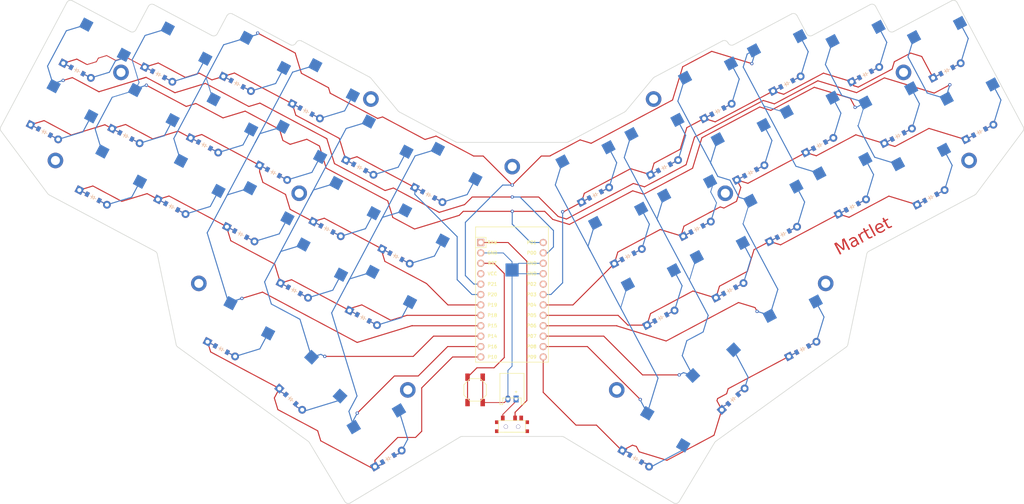
<source format=kicad_pcb>
(kicad_pcb (version 20241229) (generator "pcbnew") (generator_version "9.0")
  (title_block (title "martletChoc") (rev "v1.0.0") (company "Thomas Stephan"))
  (layers (0 "F.Cu" signal) (2 "B.Cu" signal) (13 "F.Paste" user) (15 "B.Paste" user) (5 "F.SilkS" user "F.Silkscreen") (7 "B.SilkS" user "B.Silkscreen") (1 "F.Mask" user) (3 "B.Mask" user) (25 "Edge.Cuts" user))
  (net 0 "")
  (net 1 "P0")
  (net 2 "outer_home")
  (net 3 "outer_top")
  (net 4 "P1")
  (net 5 "pinky_bottom")
  (net 6 "pinky_home")
  (net 7 "pinky_top")
  (net 8 "P21")
  (net 9 "ring_bottom")
  (net 10 "ring_home")
  (net 11 "ring_top")
  (net 12 "P15")
  (net 13 "middle_bottom")
  (net 14 "middle_home")
  (net 15 "middle_top")
  (net 16 "P14")
  (net 17 "index_bottom")
  (net 18 "index_home")
  (net 19 "index_top")
  (net 20 "P16")
  (net 21 "inner_bottom")
  (net 22 "inner_home")
  (net 23 "inner_top")
  (net 24 "left_cluster")
  (net 25 "middle_cluster")
  (net 26 "right_cluster")
  (net 27 "mirror_outer_home")
  (net 28 "mirror_outer_top")
  (net 29 "mirror_pinky_bottom")
  (net 30 "mirror_pinky_home")
  (net 31 "mirror_pinky_top")
  (net 32 "mirror_ring_bottom")
  (net 33 "mirror_ring_home")
  (net 34 "mirror_ring_top")
  (net 35 "P6")
  (net 36 "mirror_middle_bottom")
  (net 37 "mirror_middle_home")
  (net 38 "mirror_middle_top")
  (net 39 "P7")
  (net 40 "mirror_index_bottom")
  (net 41 "mirror_index_home")
  (net 42 "mirror_index_top")
  (net 43 "P8")
  (net 44 "mirror_inner_bottom")
  (net 45 "mirror_inner_home")
  (net 46 "mirror_inner_top")
  (net 47 "mirror_left_cluster")
  (net 48 "mirror_middle_cluster")
  (net 49 "mirror_right_cluster")
  (net 50 "P19")
  (net 51 "P20")
  (net 52 "P18")
  (net 53 "P10")
  (net 54 "P4")
  (net 55 "P3")
  (net 56 "P5")
  (net 57 "P9")
  (net 58 "RAW")
  (net 59 "GND")
  (net 60 "RST")
  (net 61 "VCC")
  (net 62 "P2")
  (net 63 "pos")
  (footprint "E73:SPDT_C128955" (layer "F.Cu") (at 147.753222 142.71618 180)
    (property "Reference" "T1" (hide yes))
    (property "Value" "" (hide yes))
  )
  (footprint "E73:SW_TACT_ALPS_SKQGABE010" (layer "F.Cu") (at 138.753221 133.724642 -90)
    (property "Reference" "B1" (hide yes))
    (property "Value" "" (hide yes))
  )
  (footprint "PG1350" (layer "F.Cu") (at 203.642465 76.281771 28)
    (property "Reference" "S30" (hide yes))
    (property "Value" "" (hide yes))
  )
  (footprint "PG1350" (layer "F.Cu") (at 212.493449 54.587068 28)
    (property "Reference" "S28" (hide yes))
    (property "Value" "" (hide yes))
  )
  (footprint "ComboDiode" (layer "F.Cu") (at 168.100579 86.119162 28)
    (property "Reference" "D37" (hide yes))
    (property "Value" "" (hide yes))
  )
  (footprint "ComboDiode" (layer "F.Cu") (at 93.760199 135.990692 -43)
    (property "Reference" "D19" (hide yes))
    (property "Value" "" (hide yes))
  )
  (footprint "ComboDiode" (layer "F.Cu") (at 234.02016 56.731951 28)
    (property "Reference" "D25" (hide yes))
    (property "Value" "" (hide yes))
  )
  (footprint "ComboDiode" (layer "F.Cu") (at 97.497636 65.686398 -28)
    (property "Reference" "D11" (hide yes))
    (property "Value" "" (hide yes))
  )
  (footprint "ComboDiode" (layer "F.Cu") (at 33.621696 70.796626 -28)
    (property "Reference" "D1" (hide yes))
    (property "Value" "" (hide yes))
  )
  (footprint "PG1350" (layer "F.Cu") (at 112.92122 75.019835 -28)
    (property "Reference" "S14" (hide yes))
    (property "Value" "" (hide yes))
  )
  (footprint "ComboDiode" (layer "F.Cu") (at 222.821821 74.011915 28)
    (property "Reference" "D27" (hide yes))
    (property "Value" "" (hide yes))
  )
  (footprint "ComboDiode" (layer "F.Cu") (at 64.703602 89.022021 -28)
    (property "Reference" "D6" (hide yes))
    (property "Value" "" (hide yes))
  )
  (footprint "PG1350" (layer "F.Cu") (at 83.882961 91.291878 -28)
    (property "Reference" "S9" (hide yes))
    (property "Value" "" (hide yes))
  )
  (footprint "ComboDiode" (layer "F.Cu") (at 111.443832 116.139382 -28)
    (property "Reference" "D15" (hide yes))
    (property "Value" "" (hide yes))
  )
  (footprint "MountingHole:MountingHole_2.2mm_M2_ISO14580_Pad_TopBottom" (layer "F.Cu") (at 52.315992 56.238022)
    (property "Reference" "REF**" (hide yes))
    (property "Value" "MountingHole_2.2mm_M2_ISO14580_Pad_TopBottom" (hide yes))
  )
  (footprint "PG1350" (layer "F.Cu") (at 195.661447 61.271661 28)
    (property "Reference" "S31" (hide yes))
    (property "Value" "" (hide yes))
  )
  (footprint "ComboDiode" (layer "F.Cu") (at 89.516617 80.696507 -28)
    (property "Reference" "D10" (hide yes))
    (property "Value" "" (hide yes))
  )
  (footprint "PG1350" (layer "F.Cu") (at 211.623478 91.291877 28)
    (property "Reference" "S29" (hide yes))
    (property "Value" "" (hide yes))
  )
  (footprint "ComboDiode" (layer "F.Cu") (at 45.524246 86.752166 -28)
    (property "Reference" "D3" (hide yes))
    (property "Value" "" (hide yes))
  )
  (footprint "ComboDiode" (layer "F.Cu") (at 110.573862 79.434576 -28)
    (property "Reference" "D14" (hide yes))
    (property "Value" "" (hide yes))
  )
  (footprint "PG1350" (layer "F.Cu") (at 180.516796 146.216181 -31)
    (property "Reference" "S40" (hide yes))
    (property "Value" "" (hide yes))
  )
  (footprint "ComboDiode" (layer "F.Cu") (at 230.802837 89.022025 28)
    (property "Reference" "D26" (hide yes))
    (property "Value" "" (hide yes))
  )
  (footprint "ComboDiode" (layer "F.Cu") (at 94.611832 109.454788 -28)
    (property "Reference" "D12" (hide yes))
    (property "Value" "" (hide yes))
  )
  (footprint "ComboDiode" (layer "F.Cu") (at 249.982196 86.752167 28)
    (property "Reference" "D23" (hide yes))
    (property "Value" "" (hide yes))
  )
  (footprint "ComboDiode" (layer "F.Cu") (at 53.505262 71.742056 -28)
    (property "Reference" "D4" (hide yes))
    (property "Value" "" (hide yes))
  )
  (footprint "ComboDiode" (layer "F.Cu") (at 242.001181 71.74206 28)
    (property "Reference" "D24" (hide yes))
    (property "Value" "" (hide yes))
  )
  (footprint "PG1350" (layer "F.Cu") (at 165.753223 81.704427 28)
    (property "Reference" "S37" (hide yes))
    (property "Value" "" (hide yes))
  )
  (footprint "PG1350" (layer "F.Cu") (at 75.031979 69.597178 -28)
    (property "Reference" "S7" (hide yes))
    (property "Value" "" (hide yes))
  )
  (footprint "MountingHole:MountingHole_2.2mm_M2_ISO14580_Pad_TopBottom" (layer "F.Cu") (at 71.315992 107.738021)
    (property "Reference" "REF**" (hide yes))
    (property "Value" "MountingHole_2.2mm_M2_ISO14580_Pad_TopBottom" (hide yes))
  )
  (footprint "ComboDiode" (layer "F.Cu") (at 192.913594 94.44468 28)
    (property "Reference" "D33" (hide yes))
    (property "Value" "" (hide yes))
  )
  (footprint "ComboDiode" (layer "F.Cu") (at 119.424845 101.129275 -28)
    (property "Reference" "D16" (hide yes))
    (property "Value" "" (hide yes))
  )
  (footprint "PG1350" (layer "F.Cu") (at 231.672805 52.31721 28)
    (property "Reference" "S25" (hide yes))
    (property "Value" "" (hide yes))
  )
  (footprint "ComboDiode" (layer "F.Cu") (at 184.062611 116.139381 28)
    (property "Reference" "D35" (hide yes))
    (property "Value" "" (hide yes))
  )
  (footprint "ComboDiode" (layer "F.Cu") (at 261.884743 70.796625 28)
    (property "Reference" "D21" (hide yes))
    (property "Value" "" (hide yes))
  )
  (footprint "ComboDiode" (layer "F.Cu") (at 253.903729 55.786515 28)
    (property "Reference" "D22" (hide yes))
    (property "Value" "" (hide yes))
  )
  (footprint "PG1350" (layer "F.Cu") (at 99.844991 61.271659 -28)
    (property "Reference" "S11" (hide yes))
    (property "Value" "" (hide yes))
  )
  (footprint "PG1350" (layer "F.Cu") (at 182.58522 75.019836 28)
    (property "Reference" "S34" (hide yes))
    (property "Value" "" (hide yes))
  )
  (footprint "ComboDiode" (layer "F.Cu") (at 177.941606 150.502019 -31)
    (property "Reference" "D40" (hide yes))
    (property "Value" "" (hide yes))
  )
  (footprint "ComboDiode" (layer "F.Cu") (at 61.48628 56.731949 -28)
    (property "Reference" "D5" (hide yes))
    (property "Value" "" (hide yes))
  )
  (footprint "PG1350" (layer "F.Cu") (at 114.989644 146.216181 31)
    (property "Reference" "S20" (hide yes))
    (property "Value" "" (hide yes))
  )
  (footprint "ComboDiode" (layer "F.Cu") (at 102.592847 94.444679 -28)
    (property "Reference" "D13" (hide yes))
    (property "Value" "" (hide yes))
  )
  (footprint "PG1350" (layer "F.Cu") (at 55.852617 67.327325 -28)
    (property "Reference" "S4" (hide yes))
    (property "Value" "" (hide yes))
  )
  (footprint "PG1350" (layer "F.Cu") (at 220.474465 69.597176 28)
    (property "Reference" "S27" (hide yes))
    (property "Value" "" (hide yes))
  )
  (footprint "MountingHole:MountingHole_2.2mm_M2_ISO14580_Pad_TopBottom" (layer "F.Cu") (at 113.315992 62.738021)
    (property "Reference" "REF**" (hide yes))
    (property "Value" "MountingHole_2.2mm_M2_ISO14580_Pad_TopBottom" (hide yes))
  )
  (footprint "PG1350" (layer "F.Cu") (at 96.959187 105.040051 -28)
    (property "Reference" "S12" (hide yes))
    (property "Value" "" (hide yes))
  )
  (footprint "PG1350" (layer "F.Cu") (at 198.336251 132.333924 43)
    (property "Reference" "S39" (hide yes))
    (property "Value" "" (hide yes))
  )
  (footprint "ComboDiode" (layer "F.Cu") (at 81.535605 95.706615 -28)
    (property "Reference" "D9" (hide yes))
    (property "Value" "" (hide yes))
  )
  (footprint "PG1350" (layer "F.Cu") (at 43.950073 51.371778 -28)
    (property "Reference" "S2" (hide yes))
    (property "Value" "" (hide yes))
  )
  (footprint "PG1350" (layer "F.Cu") (at 35.969054 66.381889 -28)
    (property "Reference" "S1" (hide yes))
    (property "Value" "" (hide yes))
  )
  (footprint "PG1350" (layer "F.Cu") (at 181.715256 111.724644 28)
    (property "Reference" "S35" (hide yes))
    (property "Value" "" (hide yes))
  )
  (footprint "ComboDiode" (layer "F.Cu") (at 201.746242 135.990692 43)
    (property "Reference" "D39" (hide yes))
    (property "Value" "" (hide yes))
  )
  (footprint "ComboDiode" (layer "F.Cu") (at 213.970836 95.706614 28)
    (property "Reference" "D29" (hide yes))
    (property "Value" "" (hide yes))
  )
  (footprint "ComboDiode" (layer "F.Cu") (at 218.700045 123.771444 28)
    (property "Reference" "D38" (hide yes))
    (property "Value" "" (hide yes))
  )
  (footprint "PG1350" (layer "F.Cu") (at 83.012992 54.587067 -28)
    (property "Reference" "S8" (hide yes))
    (property "Value" "" (hide yes))
  )
  (footprint "PG1350" (layer "F.Cu") (at 79.153757 119.356707 -28)
    (property "Reference" "S18" (hide yes))
    (property "Value" "" (hide yes))
  )
  (footprint "MountingHole:MountingHole_2.2mm_M2_ISO14580_Pad_TopBottom" (layer "F.Cu") (at 122.315992 133.738021)
    (property "Reference" "REF**" (hide yes))
    (property "Value" "MountingHole_2.2mm_M2_ISO14580_Pad_TopBottom" (hide yes))
  )
  (footprint "ComboDiode" (layer "F.Cu") (at 127.405861 86.119168 -28)
    (property "Reference" "D17" (hide yes))
    (property "Value" "" (hide yes))
  )
  (footprint "PG1350" (layer "F.Cu") (at 247.634838 82.337432 28)
    (property "Reference" "S23" (hide yes))
    (property "Value" "" (hide yes))
  )
  (footprint "ComboDiode" (layer "F.Cu") (at 41.602715 55.786518 -28)
    (property "Reference" "D2" (hide yes))
    (property "Value" "" (hide yes))
  )
  (footprint "PG1350" (layer "F.Cu") (at 239.653819 67.32732 28)
    (property "Reference" "S24" (hide yes))
    (property "Value" "" (hide yes))
  )
  (footprint "PG1350" (layer "F.Cu") (at 228.455482 84.607282 28)
    (property "Reference" "S26" (hide yes))
    (property "Value" "" (hide yes))
  )
  (footprint "ComboDiode" (layer "F.Cu") (at 80.665632 59.001807 -28)
    (property "Reference" "D8" (hide yes))
    (property "Value" "" (hide yes))
  )
  (footprint "MountingHole:MountingHole_2.2mm_M2_ISO14580_Pad_TopBottom" (layer "F.Cu") (at 95.815993 85.738021)
    (property "Reference" "REF**" (hide yes))
    (property "Value" "MountingHole_2.2mm_M2_ISO14580_Pad_TopBottom" (hide yes))
  )
  (footprint "PG1350" (layer "F.Cu") (at 104.940204 90.029942 -28)
    (property "Reference" "S13" (hide yes))
    (property "Value" "" (hide yes))
  )
  (footprint "ComboDiode" (layer "F.Cu") (at 205.989825 80.696504 28)
    (property "Reference" "D30" (hide yes))
    (property "Value" "" (hide yes))
  )
  (footprint "ComboDiode" (layer "F.Cu") (at 214.840807 59.001806 28)
    (property "Reference" "D28" (hide yes))
    (property "Value" "" (hide yes))
  )
  (footprint "JST_PH_S2B-PH-K_02x2.00mm_Angled" (layer "F.Cu") (at 147.753222 135.954647 180)
    (property "Reference" "JST1" (hide yes))
    (property "Value" "" (hide yes))
  )
  (footprint "PG1350" (layer "F.Cu") (at 190.566237 90.029941 28)
    (property "Reference" "S33" (hide yes))
    (property "Value" "" (hide yes))
  )
  (footprint "ProMicro" (layer "F.Cu") (at 147.75322 111.724647 -90)
    (property "Reference" "MCU1" (hide yes))
    (property "Value" "" (hide yes))
  )
  (footprint "PG1350" (layer "F.Cu") (at 121.772203 96.714536 -28)
    (property "Reference" "S16" (hide yes))
    (property "Value" "" (hide yes))
  )
  (footprint "PG1350" (layer "F.Cu") (at 198.54725 105.040052 28)
    (property "Reference" "S32" (hide yes))
    (property "Value" "" (hide yes))
  )
  (footprint "PG1350" (layer "F.Cu") (at 67.050958 84.607286 -28)
    (property "Reference" "S6" (hide yes))
    (property "Value" "" (hide yes))
  )
  (footprint "PG1350" (layer "F.Cu") (at 251.556372 51.371782 28)
    (property "Reference" "S22" (hide yes))
    (property "Value" "" (hide yes))
  )
  (footprint "ComboDiode" (layer "F.Cu") (at 198.008806 65.686397 28)
    (property "Reference" "D31" (hide yes))
    (property "Value" "" (hide yes))
  )
  (footprint "PG1350" (layer "F.Cu") (at 97.17019 132.333928 -43)
    (property "Reference" "S19" (hide yes))
    (property "Value" "" (hide yes))
  )
  (footprint "PG1350" (layer "F.Cu") (at 91.863975 76.281766 -28)
    (property "Reference" "S10" (hide yes))
    (property "Value" "" (hide yes))
  )
  (footprint "ComboDiode" (layer "F.Cu") (at 176.081592 101.129272 28)
    (property "Reference" "D36" (hide yes))
    (property "Value" "" (hide yes))
  )
  (footprint "PG1350" (layer "F.Cu") (at 129.753217 81.70443 -28)
    (property "Reference" "S17" (hide yes))
    (property "Value" "" (hide yes))
  )
  (footprint "PG1350" (layer "F.Cu") (at 173.734238 96.714534 28)
    (property "Reference" "S36" (hide yes))
    (property "Value" "" (hide yes))
  )
  (footprint "ComboDiode" (layer "F.Cu") (at 200.894609 109.45479 28)
    (property "Reference" "D32" (hide yes))
    (property "Value" "" (hide yes))
  )
  (footprint "MountingHole:MountingHole_2.2mm_M2_ISO14580_Pad_TopBottom" (layer "F.Cu") (at 36.315992 77.738021)
    (property "Reference" "REF**" (hide yes))
    (property "Value" "MountingHole_2.2mm_M2_ISO14580_Pad_TopBottom" (hide yes))
  )
  (footprint "ComboDiode" (layer "F.Cu") (at 72.68462 74.011912 -28)
    (property "Reference" "D7" (hide yes))
    (property "Value" "" (hide yes))
  )
  (footprint "ComboDiode" (layer "F.Cu") (at 184.93258 79.43457 28)
    (property "Reference" "D34" (hide yes))
    (property "Value" "" (hide yes))
  )
  (footprint "PG1350" (layer "F.Cu") (at 259.537387 66.381886 28)
    (property "Reference" "S21" (hide yes))
    (property "Value" "" (hide yes))
  )
  (footprint "PG1350" (layer "F.Cu") (at 113.791186 111.724641 -28)
    (property "Reference" "S15" (hide yes))
    (property "Value" "" (hide yes))
  )
  (footprint "PG1350" (layer "F.Cu") (at 63.833636 52.317213 -28)
    (property "Reference" "S5" (hide yes))
    (property "Value" "" (hide yes))
  )
  (footprint "ComboDiode" (layer "F.Cu") (at 117.564833 150.502015 31)
    (property "Reference" "D20" (hide yes))
    (property "Value" "" (hide yes))
  )
  (footprint "PG1350" (layer "F.Cu") (at 47.871601 82.337432 -28)
    (property "Reference" "S3" (hide yes))
    (property "Value" "" (hide yes))
  )
  (footprint "PG1350" (layer "F.Cu") (at 216.352687 119.356705 28)
    (property "Reference" "S38" (hide yes))
    (property "Value" "" (hide yes))
  )
  (footprint "ComboDiode" (layer "F.Cu") (at 76.806398 123.771444 -28)
    (property "Reference" "D18" (hide yes))
    (property "Value" "" (hide yes))
  )
  (footprint "MountingHole:MountingHole_2.2mm_M2_ISO14580_Pad_TopBottom" (layer "B.Cu") (at 199.815992 85.738022 180)
    (property "Reference" "REF**" (hide yes))
    (property "Value" "MountingHole_2.2mm_M2_ISO14580_Pad_TopBottom" (hide yes))
  )
  (footprint "MountingHole:MountingHole_2.2mm_M2_ISO14580_Pad_TopBottom" (layer "B.Cu") (at 259.315992 77.738021 180)
    (property "Reference" "REF**" (hide yes))
    (property "Value" "MountingHole_2.2mm_M2_ISO14580_Pad_TopBottom" (hide yes))
  )
  (footprint "MountingHole:MountingHole_2.2mm_M2_ISO14580_Pad_TopBottom" (layer "B.Cu") (at 173.315992 133.738022 180)
    (property "Reference" "REF**" (hide yes))
    (property "Value" "MountingHole_2.2mm_M2_ISO14580_Pad_TopBottom" (hide yes))
  )
  (footprint "MountingHole:MountingHole_2.2mm_M2_ISO14580_Pad_TopBottom" (layer "B.Cu") (at 224.315993 107.738021 180)
    (property "Reference" "REF**" (hide yes))
    (property "Value" "MountingHole_2.2mm_M2_ISO14580_Pad_TopBottom" (hide yes))
  )
  (footprint "MountingHole:MountingHole_2.2mm_M2_ISO14580_Pad_TopBottom" (layer "B.Cu") (at 243.315992 56.238022 180)
    (property "Reference" "REF**" (hide yes))
    (property "Value" "MountingHole_2.2mm_M2_ISO14580_Pad_TopBottom" (hide yes))
  )
  (footprint "MountingHole:MountingHole_2.2mm_M2_ISO14580_Pad_TopBottom" (layer "B.Cu") (at 147.815992 79.238022 180)
    (property "Reference" "REF**" (hide yes))
    (property "Value" "MountingHole_2.2mm_M2_ISO14580_Pad_TopBottom" (hide yes))
  )
  (footprint "MountingHole:MountingHole_2.2mm_M2_ISO14580_Pad_TopBottom" (layer "B.Cu") (at 182.315992 62.738021 180)
    (property "Reference" "REF**" (hide yes))
    (property "Value" "MountingHole_2.2mm_M2_ISO14580_Pad_TopBottom" (hide yes))
  )
  (gr_poly (pts (xy 146.271763 102.954644) (xy 149.271763 102.954646) (xy 149.271763 105.954645) (xy 146.271762 105.954645)) (stroke (width 0.2)) (fill yes) (layer "B.Cu") (net 59))
  (gr_line (start 229.32815 123.27683) (end 197.489598 146.278346) (stroke (width 0.15)) (layer "Edge.Cuts"))
  (gr_arc (start 188.5679 160.970153) (mid 187.952653 161.425412) (end 187.195695 161.312285) (stroke (width 0.15)) (layer "Edge.Cuts"))
  (gr_arc (start 221.03219 47.215511) (mid 220.270349 47.288868) (end 219.67977 46.802034) (stroke (width 0.15)) (layer "Edge.Cuts"))
  (gr_line (start 234.34004 100.573328) (end 229.72139 122.670832) (stroke (width 0.15)) (layer "Edge.Cuts"))
  (gr_arc (start 240.915756 46.270076) (mid 240.153911 46.343433) (end 239.563337 45.856598) (stroke (width 0.15)) (layer "Edge.Cuts"))
  (gr_arc (start 159.917596 145.088584) (mid 160.184836 145.124951) (end 160.432635 145.231414) (stroke (width 0.15)) (layer "Edge.Cuts"))
  (gr_line (start 159.917602 145.088583) (end 135.588842 145.088584) (stroke (width 0.15)) (layer "Edge.Cuts"))
  (gr_line (start 221.032194 47.215511) (end 235.159354 39.703965) (stroke (width 0.15)) (layer "Edge.Cuts"))
  (gr_arc (start 135.073802 145.231415) (mid 135.321603 145.124955) (end 135.588842 145.088584) (stroke (width 0.15)) (layer "Edge.Cuts"))
  (gr_line (start 201.852835 49.48537) (end 215.979994 41.97382) (stroke (width 0.15)) (layer "Edge.Cuts"))
  (gr_arc (start 58.994669 40.117442) (mid 59.585243 39.630611) (end 60.34709 39.703963) (stroke (width 0.15)) (layer "Edge.Cuts"))
  (gr_line (start 98.016841 146.278343) (end 66.178291 123.276833) (stroke (width 0.15)) (layer "Edge.Cuts"))
  (gr_arc (start 55.943105 45.856603) (mid 55.352529 46.343433) (end 54.590682 46.270079) (stroke (width 0.15)) (layer "Edge.Cuts"))
  (gr_line (start 197.218038 146.573905) (end 188.5679 160.970153) (stroke (width 0.15)) (layer "Edge.Cuts"))
  (gr_line (start 175.546284 65.65329) (end 182.199164 57.64167) (stroke (width 0.15)) (layer "Edge.Cuts"))
  (gr_line (start 96.405391 48.570119) (end 113.007422 57.39757) (stroke (width 0.15)) (layer "Edge.Cuts"))
  (gr_line (start 272.447949 70.583087) (end 261.058374 85.850982) (stroke (width 0.15)) (layer "Edge.Cuts"))
  (gr_line (start 134.462527 73.316424) (end 161.043913 73.316422) (stroke (width 0.15)) (layer "Edge.Cuts"))
  (gr_line (start 40.463522 38.758534) (end 54.590682 46.270079) (stroke (width 0.15)) (layer "Edge.Cuts"))
  (gr_arc (start 182.199164 57.64167) (mid 182.337184 57.504991) (end 182.499022 57.397572) (stroke (width 0.15)) (layer "Edge.Cuts"))
  (gr_line (start 55.943105 45.856603) (end 58.994669 40.117439) (stroke (width 0.15)) (layer "Edge.Cuts"))
  (gr_line (start 120.260016 65.897384) (end 133.993059 73.199369) (stroke (width 0.15)) (layer "Edge.Cuts"))
  (gr_arc (start 234.34004 100.573328) (mid 234.51923 100.177463) (end 234.849413 99.894975) (stroke (width 0.15)) (layer "Edge.Cuts"))
  (gr_arc (start 161.513385 73.199372) (mid 161.285836 73.286723) (end 161.043913 73.316422) (stroke (width 0.15)) (layer "Edge.Cuts"))
  (gr_line (start 217.332414 42.387297) (end 219.67977 46.802034) (stroke (width 0.15)) (layer "Edge.Cuts"))
  (gr_line (start 75.826669 46.802032) (end 78.174025 42.387297) (stroke (width 0.15)) (layer "Edge.Cuts"))
  (gr_line (start 187.195695 161.312285) (end 160.432635 145.231414) (stroke (width 0.15)) (layer "Edge.Cuts"))
  (gr_arc (start 78.174025 42.387297) (mid 78.764602 41.900465) (end 79.526444 41.973819) (stroke (width 0.15)) (layer "Edge.Cuts"))
  (gr_line (start 65.785055 122.670829) (end 61.1664 100.573332) (stroke (width 0.15)) (layer "Edge.Cuts"))
  (gr_arc (start 201.852834 49.485366) (mid 201.090989 49.558723) (end 200.500416 49.071889) (stroke (width 0.15)) (layer "Edge.Cuts"))
  (gr_line (start 240.915756 46.270076) (end 255.042919 38.758528) (stroke (width 0.15)) (layer "Edge.Cuts"))
  (gr_arc (start 39.111101 39.172009) (mid 39.701679 38.685174) (end 40.463522 38.758534) (stroke (width 0.15)) (layer "Edge.Cuts"))
  (gr_arc (start 95.006024 49.071892) (mid 94.415448 49.558721) (end 93.653606 49.485365) (stroke (width 0.15)) (layer "Edge.Cuts"))
  (gr_arc (start 98.016841 146.278343) (mid 98.167604 146.41236) (end 98.288402 146.573902) (stroke (width 0.15)) (layer "Edge.Cuts"))
  (gr_arc (start 60.657022 99.894974) (mid 60.987208 100.177461) (end 61.1664 100.573332) (stroke (width 0.15)) (layer "Edge.Cuts"))
  (gr_arc (start 229.72139 122.670832) (mid 229.581407 123.010583) (end 229.32815 123.27683) (stroke (width 0.15)) (layer "Edge.Cuts"))
  (gr_arc (start 215.979994 41.97382) (mid 216.74184 41.900461) (end 217.332414 42.387297) (stroke (width 0.15)) (layer "Edge.Cuts"))
  (gr_line (start 256.39534 39.172009) (end 272.529353 69.515681) (stroke (width 0.15)) (layer "Edge.Cuts"))
  (gr_arc (start 255.042919 38.758533) (mid 255.804763 38.685178) (end 256.39534 39.172009) (stroke (width 0.15)) (layer "Edge.Cuts"))
  (gr_arc (start 134.462528 73.316424) (mid 134.220604 73.28672) (end 133.993059 73.199369) (stroke (width 0.15)) (layer "Edge.Cuts"))
  (gr_arc (start 235.159354 39.703965) (mid 235.921198 39.630609) (end 236.511775 40.117443) (stroke (width 0.15)) (layer "Edge.Cuts"))
  (gr_arc (start 66.178291 123.276833) (mid 65.925038 123.010583) (end 65.785055 122.670829) (stroke (width 0.15)) (layer "Edge.Cuts"))
  (gr_arc (start 175.546284 65.65329) (mid 175.408264 65.789968) (end 175.246424 65.897384) (stroke (width 0.15)) (layer "Edge.Cuts"))
  (gr_line (start 236.511775 40.117443) (end 239.563337 45.856598) (stroke (width 0.15)) (layer "Edge.Cuts"))
  (gr_arc (start 120.260016 65.897384) (mid 120.098178 65.789969) (end 119.960159 65.65329) (stroke (width 0.15)) (layer "Edge.Cuts"))
  (gr_line (start 182.499022 57.397572) (end 199.101049 48.570115) (stroke (width 0.15)) (layer "Edge.Cuts"))
  (gr_arc (start 261.058375 85.850978) (mid 260.908122 86.011871) (end 260.726304 86.135991) (stroke (width 0.15)) (layer "Edge.Cuts"))
  (gr_arc (start 113.007422 57.39757) (mid 113.16926 57.504987) (end 113.307276 57.641665) (stroke (width 0.15)) (layer "Edge.Cuts"))
  (gr_line (start 106.938544 160.970152) (end 98.288402 146.573902) (stroke (width 0.15)) (layer "Edge.Cuts"))
  (gr_line (start 60.34709 39.703963) (end 74.474252 47.215508) (stroke (width 0.15)) (layer "Edge.Cuts"))
  (gr_line (start 79.526444 41.973819) (end 93.653606 49.485365) (stroke (width 0.15)) (layer "Edge.Cuts"))
  (gr_arc (start 197.218038 146.573905) (mid 197.33884 146.412359) (end 197.489598 146.278346) (stroke (width 0.15)) (layer "Edge.Cuts"))
  (gr_arc (start 95.052973 48.983593) (mid 95.643552 48.496758) (end 96.405391 48.570119) (stroke (width 0.15)) (layer "Edge.Cuts"))
  (gr_line (start 135.073806 145.231414) (end 108.31075 161.31228) (stroke (width 0.15)) (layer "Edge.Cuts"))
  (gr_arc (start 75.826667 46.802034) (mid 75.236092 47.288867) (end 74.474252 47.215508) (stroke (width 0.15)) (layer "Edge.Cuts"))
  (gr_line (start 113.307276 57.641665) (end 119.960159 65.65329) (stroke (width 0.15)) (layer "Edge.Cuts"))
  (gr_arc (start 199.101049 48.570119) (mid 199.862891 48.496761) (end 200.453467 48.983591) (stroke (width 0.15)) (layer "Edge.Cuts"))
  (gr_line (start 260.726304 86.135991) (end 234.849413 99.894975) (stroke (width 0.15)) (layer "Edge.Cuts"))
  (gr_arc (start 272.529353 69.515681) (mid 272.643509 70.061191) (end 272.447949 70.583087) (stroke (width 0.15)) (layer "Edge.Cuts"))
  (gr_line (start 34.448066 85.85098) (end 23.058493 70.583088) (stroke (width 0.15)) (layer "Edge.Cuts"))
  (gr_line (start 60.657025 99.89498) (end 34.780136 86.135985) (stroke (width 0.15)) (layer "Edge.Cuts"))
  (gr_arc (start 23.058493 70.583088) (mid 22.862926 70.061194) (end 22.977086 69.515679) (stroke (width 0.15)) (layer "Edge.Cuts"))
  (gr_line (start 200.453467 48.983591) (end 200.500416 49.071889) (stroke (width 0.15)) (layer "Edge.Cuts"))
  (gr_arc (start 108.310746 161.312284) (mid 107.553787 161.425411) (end 106.938544 160.970152) (stroke (width 0.15)) (layer "Edge.Cuts"))
  (gr_line (start 95.006022 49.071892) (end 95.052971 48.983591) (stroke (width 0.15)) (layer "Edge.Cuts"))
  (gr_line (start 22.977086 69.515679) (end 39.111105 39.172008) (stroke (width 0.15)) (layer "Edge.Cuts"))
  (gr_line (start 161.513385 73.199372) (end 175.246424 65.897384) (stroke (width 0.15)) (layer "Edge.Cuts"))
  (gr_arc (start 34.780141 86.135988) (mid 34.598322 86.01187) (end 34.448066 85.85098) (stroke (width 0.15)) (layer "Edge.Cuts"))
  (gr_text "Martlet" (at 227.680404 101.360189 28) (layer "F.Cu") (effects (font (size 3 3)) (justify left bottom)))
  (segment (start 209.086248 63.089852) (end 192.310241 72.009811) (width 0.25) (layer "F.Cu") (net 1))
  (segment (start 254.620536 59.265104) (end 250.809741 61.291341) (width 0.25) (layer "F.Cu") (net 1))
  (segment (start 46.956312 60.946636) (end 58.419764 57.441907) (width 0.25) (layer "F.Cu") (net 1))
  (segment (start 238.637971 57.570058) (end 231.85339 61.177479) (width 0.25) (layer "F.Cu") (net 1))
  (segment (start 138.041367 86.649685) (end 136.184057 88.506994) (width 0.25) (layer "F.Cu") (net 1))
  (segment (start 147.815989 86.649683) (end 138.041367 86.649685) (width 0.25) (layer "F.Cu") (net 1))
  (segment (start 154.26176 86.649683) (end 147.815989 86.649683) (width 0.25) (layer "F.Cu") (net 1))
  (segment (start 72.921651 58.923563) (end 65.483345 61.197683) (width 0.25) (layer "F.Cu") (net 1))
  (segment (start 86.22186 63.73027) (end 83.517022 64.557221) (width 0.25) (layer "F.Cu") (net 1))
  (segment (start 159.020969 91.408889) (end 154.26176 86.649683) (width 0.25) (layer "F.Cu") (net 1))
  (segment (start 58.419764 57.441907) (end 56.391134 58.062122) (width 0.25) (layer "F.Cu") (net 1))
  (segment (start 129.990945 90.400414) (end 118.806925 84.453765) (width 0.25) (layer "F.Cu") (net 1))
  (segment (start 104.417033 78.501379) (end 102.556389 72.415495) (width 0.25) (layer "F.Cu") (net 1))
  (segment (start 190.242863 78.771909) (end 180.088967 84.17083) (width 0.25) (layer "F.Cu") (net 1))
  (segment (start 102.556389 72.415495) (end 86.22186 63.73027) (width 0.25) (layer "F.Cu") (net 1))
  (segment (start 74.246071 59.627772) (end 72.921651 58.923563) (width 0.25) (layer "F.Cu") (net 1))
  (segment (start 211.791087 63.916805) (end 209.086248 63.089852) (width 0.25) (layer "F.Cu") (net 1))
  (segment (start 118.806925 84.453765) (end 116.778298 85.073983) (width 0.25) (layer "F.Cu") (net 1))
  (segment (start 192.310241 72.009811) (end 190.242863 78.771909) (width 0.25) (layer "F.Cu") (net 1))
  (segment (start 231.85339 61.177479) (end 222.386455 58.283149) (width 0.25) (layer "F.Cu") (net 1))
  (segment (start 40.442102 57.50986) (end 38.199021 58.195639) (width 0.25) (layer "F.Cu") (net 1))
  (segment (start 136.184057 88.506994) (end 129.990945 90.400414) (width 0.25) (layer "F.Cu") (net 1))
  (segment (start 83.517022 64.557221) (end 74.246071 59.627772) (width 0.25) (layer "F.Cu") (net 1))
  (segment (start 222.386455 58.283149) (end 211.791087 63.916805) (width 0.25) (layer "F.Cu") (net 1))
  (segment (start 177.384129 83.343879) (end 161.049597 92.029105) (width 0.25) (layer "F.Cu") (net 1))
  (segment (start 161.049597 92.029105) (end 159.020969 91.408889) (width 0.25) (layer "F.Cu") (net 1))
  (segment (start 250.809741 61.291341) (end 238.637971 57.570058) (width 0.25) (layer "F.Cu") (net 1))
  (segment (start 46.945165 60.9676) (end 40.442102 57.50986) (width 0.25) (layer "F.Cu") (net 1))
  (segment (start 65.483345 61.197683) (end 58.419764 57.441907) (width 0.25) (layer "F.Cu") (net 1))
  (segment (start 116.778298 85.073983) (end 104.417033 78.501379) (width 0.25) (layer "F.Cu") (net 1))
  (segment (start 46.945165 60.9676) (end 46.956312 60.946636) (width 0.25) (layer "F.Cu") (net 1))
  (segment (start 180.088967 84.17083) (end 177.384129 83.343879) (width 0.25) (layer "F.Cu") (net 1))
  (via (at 147.815989 86.649683) (size 0.8) (drill 0.4) (layers "F.Cu" "B.Cu") (net 1))
  (via (at 38.199021 58.195639) (size 0.8) (drill 0.4) (layers "F.Cu" "B.Cu") (net 1))
  (via (at 254.620536 59.265104) (size 0.8) (drill 0.4) (layers "F.Cu" "B.Cu") (net 1))
  (segment (start 34.382546 54.723114) (end 38.984059 46.068931) (width 0.25) (layer "B.Cu") (net 1))
  (segment (start 249.094463 61.260451) (end 249.091041 61.271646) (width 0.25) (layer "B.Cu") (net 1))
  (segment (start 253.679956 62.341594) (end 254.620536 59.265104) (width 0.25) (layer "B.Cu") (net 1))
  (segment (start 156.413221 100.294646) (end 155.373221 100.294645) (width 0.25) (layer "B.Cu") (net 1))
  (segment (start 244.407166 52.444927) (end 249.094463 61.260451) (width 0.25) (layer "B.Cu") (net 1))
  (segment (start 249.091041 61.271646) (end 253.778983 62.704892) (width 0.25) (layer "B.Cu") (net 1))
  (segment (start 35.870757 59.590829) (end 34.382546 54.723114) (width 0.25) (layer "B.Cu") (net 1))
  (segment (start 149.688256 86.649686) (end 157.873218 94.834646) (width 0.25) (layer "B.Cu") (net 1))
  (segment (start 245.871359 47.655761) (end 244.407166 52.444927) (width 0.25) (layer "B.Cu") (net 1))
  (segment (start 36.304642 58.77481) (end 38.199021 58.195639) (width 0.25) (layer "B.Cu") (net 1))
  (segment (start 38.984059 46.068931) (end 43.851773 44.580716) (width 0.25) (layer "B.Cu") (net 1))
  (segment (start 147.815989 86.649683) (end 149.688256 86.649686) (width 0.25) (layer "B.Cu") (net 1))
  (segment (start 157.873221 98.834646) (end 156.413221 100.294646) (width 0.25) (layer "B.Cu") (net 1))
  (segment (start 157.873218 94.834646) (end 157.873221 98.834646) (width 0.25) (layer "B.Cu") (net 1))
  (segment (start 36.985725 72.585313) (end 35.07856 71.571251) (width 0.25) (layer "F.Cu") (net 2))
  (segment (start 43.024277 70.739142) (end 36.985725 72.585313) (width 0.25) (layer "B.Cu") (net 2))
  (segment (start 36.985726 72.585311) (end 35.078561 71.57125) (width 0.25) (layer "B.Cu") (net 2))
  (segment (start 45.035964 66.955711) (end 43.024277 70.739142) (width 0.25) (layer "B.Cu") (net 2))
  (segment (start 44.966746 57.575204) (end 43.059578 56.561145) (width 0.25) (layer "F.Cu") (net 3))
  (segment (start 49.483114 56.194412) (end 50.96231 53.41245) (width 0.25) (layer "B.Cu") (net 3))
  (segment (start 44.966746 57.575204) (end 49.483114 56.194412) (width 0.25) (layer "B.Cu") (net 3))
  (segment (start 50.96231 53.41245) (end 52.48449 52.947073) (width 0.25) (layer "B.Cu") (net 3))
  (segment (start 52.48449 52.947073) (end 53.016985 51.945599) (width 0.25) (layer "B.Cu") (net 3))
  (segment (start 44.966746 57.575204) (end 43.059579 56.561145) (width 0.25) (layer "B.Cu") (net 3))
  (segment (start 155.733131 90.149678) (end 157.696548 92.113095) (width 0.25) (layer "F.Cu") (net 4))
  (segment (start 97.663843 72.555709) (end 100.754164 74.198863) (width 0.25) (layer "F.Cu") (net 4))
  (segment (start 194.987086 71.719083) (end 194.104137 72.188552) (width 0.25) (layer "F.Cu") (net 4))
  (segment (start 177.205387 85.137774) (end 161.753804 93.353526) (width 0.25) (layer "F.Cu") (net 4))
  (segment (start 91.013741 70.152359) (end 91.840694 72.857198) (width 0.25) (layer "F.Cu") (net 4))
  (segment (start 58.524062 59.375809) (end 68.243655 64.543805) (width 0.25) (layer "F.Cu") (net 4))
  (segment (start 91.840694 72.857198) (end 93.606586 73.79614) (width 0.25) (layer "F.Cu") (net 4))
  (segment (start 222.207717 60.077043) (end 221.531507 59.870303) (width 0.25) (layer "F.Cu") (net 4))
  (segment (start 208.231299 64.677008) (end 210.936138 65.503958) (width 0.25) (layer "F.Cu") (net 4))
  (segment (start 82.625738 65.692378) (end 91.013741 70.152359) (width 0.25) (layer "F.Cu") (net 4))
  (segment (start 210.936138 65.503958) (end 221.531507 59.870303) (width 0.25) (layer "F.Cu") (net 4))
  (segment (start 118.6586 91.646813) (end 122.631871 93.759437) (width 0.25) (layer "F.Cu") (net 4))
  (segment (start 208.231299 64.677008) (end 194.987086 71.719083) (width 0.25) (layer "F.Cu") (net 4))
  (segment (start 179.910227 85.964723) (end 177.205387 85.137774) (width 0.25) (layer "F.Cu") (net 4))
  (segment (start 191.830017 79.626862) (end 182.559067 84.556308) (width 0.25) (layer "F.Cu") (net 4))
  (segment (start 230.32223 62.557896) (end 222.207717 60.077043) (width 0.25) (layer "F.Cu") (net 4))
  (segment (start 102.408066 79.608539) (end 117.418176 87.589556) (width 0.25) (layer "F.Cu") (net 4))
  (segment (start 182.559067 84.556308) (end 179.910227 85.964723) (width 0.25) (layer "F.Cu") (net 4))
  (segment (start 68.243655 64.543805) (end 70.593954 63.825247) (width 0.25) (layer "F.Cu") (net 4))
  (segment (start 147.815991 90.14968) (end 135.849541 90.149681) (width 0.25) (layer "F.Cu") (net 4))
  (segment (start 100.754164 74.198863) (end 102.408066 79.608539) (width 0.25) (layer "F.Cu") (net 4))
  (segment (start 122.631871 93.759437) (end 123.956291 94.463641) (width 0.25) (layer "F.Cu") (net 4))
  (segment (start 231.495912 64.765266) (end 230.32223 62.557896) (width 0.25) (layer "F.Cu") (net 4))
  (segment (start 70.593954 63.825247) (end 77.216065 67.346282) (width 0.25) (layer "F.Cu") (net 4))
  (segment (start 117.418176 87.589556) (end 118.6586 91.646813) (width 0.25) (layer "F.Cu") (net 4))
  (segment (start 77.216065 67.346282) (end 82.625738 65.692378) (width 0.25) (layer "F.Cu") (net 4))
  (segment (start 147.815991 90.14968) (end 155.733131 90.149678) (width 0.25) (layer "F.Cu") (net 4))
  (segment (start 123.956291 94.463641) (end 134.873219 91.126001) (width 0.25) (layer "F.Cu") (net 4))
  (segment (start 93.606586 73.79614) (end 97.663843 72.555709) (width 0.25) (layer "F.Cu") (net 4))
  (segment (start 194.104137 72.188552) (end 191.830017 79.626862) (width 0.25) (layer "F.Cu") (net 4))
  (segment (start 135.849541 90.149681) (end 134.873219 91.126001) (width 0.25) (layer "F.Cu") (net 4))
  (segment (start 161.753804 93.353526) (end 157.696548 92.113095) (width 0.25) (layer "F.Cu") (net 4))
  (via (at 58.524062 59.375809) (size 0.8) (drill 0.4) (layers "F.Cu" "B.Cu") (net 4))
  (via (at 231.495912 64.765266) (size 0.8) (drill 0.4) (layers "F.Cu" "B.Cu") (net 4))
  (via (at 147.815991 90.14968) (size 0.8) (drill 0.4) (layers "F.Cu" "B.Cu") (net 4))
  (segment (start 147.815993 93.27742) (end 152.293222 97.754645) (width 0.25) (layer "B.Cu") (net 4))
  (segment (start 47.67109 75.492025) (end 46.024009 70.104663) (width 0.25) (layer "B.Cu") (net 4))
  (segment (start 58.191413 47.221105) (end 63.735342 45.526155) (width 0.25) (layer "B.Cu") (net 4))
  (segment (start 241.876435 78.660436) (end 236.274617 76.947791) (width 0.25) (layer "B.Cu") (net 4))
  (segment (start 55.714786 60.610621) (end 50.170858 62.30557) (width 0.2) (layer "B.Cu") (net 4))
  (segment (start 55.953471 60.161717) (end 58.524062 59.375809) (width 0.25) (layer "B.Cu") (net 4))
  (segment (start 56.724484 58.711653) (end 55.029536 53.167728) (width 0.2) (layer "B.Cu") (net 4))
  (segment (start 228.058867 61.496209) (end 224.240779 54.315428) (width 0.25) (layer "B.Cu") (net 4))
  (segment (start 228.254581 61.864284) (end 228.058867 61.496209) (width 0.25) (layer "B.Cu") (net 4))
  (segment (start 55.029536 53.167728) (end 58.191413 47.221105) (width 0.25) (layer "B.Cu") (net 4))
  (segment (start 55.75432 60.536265) (end 56.724484 58.711653) (width 0.2) (layer "B.Cu") (net 4))
  (segment (start 233.968811 63.611301) (end 228.254581 61.864284) (width 0.25) (layer "B.Cu") (net 4))
  (segment (start 147.815991 90.14968) (end 147.815993 93.27742) (width 0.25) (layer "B.Cu") (net 4))
  (segment (start 224.240779 54.315428) (end 225.987794 48.601193) (width 0.25) (layer "B.Cu") (net 4))
  (segment (start 232.264377 69.186251) (end 232.173442 69.234603) (width 0.2) (layer "B.Cu") (net 4))
  (segment (start 233.96881 63.611302) (end 232.264377 69.186251) (width 0.2) (layer "B.Cu") (net 4))
  (segment (start 231.688046 64.824008) (end 233.968811 63.611301) (width 0.25) (layer "B.Cu") (net 4))
  (segment (start 46.024009 70.104663) (end 50.170858 62.30557) (width 0.25) (layer "B.Cu") (net 4))
  (segment (start 236.274617 76.947791) (end 232.173442 69.234603) (width 0.25) (layer "B.Cu") (net 4))
  (segment (start 152.293222 97.754645) (end 155.37322 97.754646) (width 0.25) (layer "B.Cu") (net 4))
  (segment (start 231.495912 64.765266) (end 231.688046 64.824008) (width 0.25) (layer "B.Cu") (net 4))
  (segment (start 48.888276 88.540855) (end 46.981109 87.526796) (width 0.25) (layer "F.Cu") (net 5))
  (segment (start 48.888278 88.540852) (end 46.981111 87.526794) (width 0.25) (layer "B.Cu") (net 5))
  (segment (start 54.926828 86.694684) (end 48.888276 88.540855) (width 0.25) (layer "B.Cu") (net 5))
  (segment (start 56.938512 82.911253) (end 54.926828 86.694684) (width 0.25) (layer "B.Cu") (net 5))
  (segment (start 56.86929 73.530745) (end 54.962121 72.516684) (width 0.25) (layer "F.Cu") (net 6))
  (segment (start 62.907843 71.684574) (end 56.86929 73.530745) (width 0.25) (layer "B.Cu") (net 6))
  (segment (start 64.919529 67.901145) (end 62.907843 71.684574) (width 0.25) (layer "B.Cu") (net 6))
  (segment (start 56.869291 73.530743) (end 54.962125 72.516683) (width 0.25) (layer "B.Cu") (net 6))
  (segment (start 64.850307 58.520638) (end 62.943146 57.506578) (width 0.25) (layer "F.Cu") (net 7))
  (segment (start 72.900546 52.891038) (end 70.888861 56.674469) (width 0.25) (layer "B.Cu") (net 7))
  (segment (start 64.850313 58.520637) (end 62.943146 57.506578) (width 0.25) (layer "B.Cu") (net 7))
  (segment (start 70.888861 56.674469) (end 64.850307 58.520638) (width 0.25) (layer "B.Cu") (net 7))
  (segment (start 94.83581 51.501429) (end 96.348789 56.450158) (width 0.25) (layer "F.Cu") (net 8))
  (segment (start 114.953615 67.47509) (end 116.166764 67.104193) (width 0.25) (layer "F.Cu") (net 8))
  (segment (start 164.368161 72.709754) (end 167.072999 73.536709) (width 0.25) (layer "F.Cu") (net 8))
  (segment (start 147.815992 83.738022) (end 140.72765 76.649679) (width 0.25) (layer "F.Cu") (net 8))
  (segment (start 138.395651 76.658362) (end 129.221713 71.780493) (width 0.25) (layer "F.Cu") (net 8))
  (segment (start 147.815992 83.738022) (end 154.904333 76.649681) (width 0.25) (layer "F.Cu") (net 8))
  (segment (start 140.72765 76.649679) (end 138.404334 76.649679) (width 0.25) (layer "F.Cu") (net 8))
  (segment (start 103.384372 61.323614) (end 114.953615 67.47509) (width 0.25) (layer "F.Cu") (net 8))
  (segment (start 167.072999 73.536709) (end 185.173426 63.912541) (width 0.25) (layer "F.Cu") (net 8))
  (segment (start 157.028563 76.64968) (end 157.108407 76.569837) (width 0.25) (layer "F.Cu") (net 8))
  (segment (start 102.970896 59.971195) (end 103.384372 61.323614) (width 0.25) (layer "F.Cu") (net 8))
  (segment (start 189.420173 54.859085) (end 196.498043 51.095714) (width 0.25) (layer "F.Cu") (net 8))
  (segment (start 96.348789 56.450158) (end 102.970896 59.971195) (width 0.25) (layer "F.Cu") (net 8))
  (segment (start 157.108407 76.569837) (end 164.368161 72.709754) (width 0.25) (layer "F.Cu") (net 8))
  (segment (start 138.404334 76.649679) (end 138.395651 76.658362) (width 0.25) (layer "F.Cu") (net 8))
  (segment (start 129.221713 71.780493) (end 126.516875 72.607446) (width 0.25) (layer "F.Cu") (net 8))
  (segment (start 196.498043 51.095714) (end 206.286652 54.088392) (width 0.25) (layer "F.Cu") (net 8))
  (segment (start 185.173426 63.912541) (end 186.939317 62.973596) (width 0.25) (layer "F.Cu") (net 8))
  (segment (start 126.516875 72.607446) (end 116.166764 67.104193) (width 0.25) (layer "F.Cu") (net 8))
  (segment (start 154.904333 76.649681) (end 157.028563 76.64968) (width 0.25) (layer "F.Cu") (net 8))
  (segment (start 85.684433 46.635555) (end 94.83581 51.501429) (width 0.25) (layer "F.Cu") (net 8))
  (segment (start 186.939317 62.973596) (end 189.420173 54.859085) (width 0.25) (layer "F.Cu") (net 8))
  (via (at 147.815992 83.738022) (size 0.8) (drill 0.4) (layers "F.Cu" "B.Cu") (net 8))
  (via (at 206.286652 54.088392) (size 0.8) (drill 0.4) (layers "F.Cu" "B.Cu") (net 8))
  (via (at 85.684433 46.635555) (size 0.8) (drill 0.4) (layers "F.Cu" "B.Cu") (net 8))
  (segment (start 209.238314 64.440875) (end 204.184793 54.936583) (width 0.25) (layer "B.Cu") (net 8))
  (segment (start 136.373219 105.834645) (end 138.45322 107.914648) (width 0.25) (layer "B.Cu") (net 8))
  (segment (start 136.373221 92.834646) (end 136.373219 105.834645) (width 0.25) (layer "B.Cu") (net 8))
  (segment (start 66.850451 77.761876) (end 65.203365 72.374513) (width 0.25) (layer "B.Cu") (net 8))
  (segment (start 147.815992 83.738022) (end 145.469844 83.738021) (width 0.25) (layer "B.Cu") (net 8))
  (segment (start 207.101679 51.42255) (end 206.286652 54.088392) (width 0.25) (layer "B.Cu") (net 8))
  (segment (start 82.914695 47.796012) (end 85.485285 47.0101) (width 0.25) (layer "B.Cu") (net 8))
  (segment (start 69.193876 64.869459) (end 73.105989 57.511847) (width 0.25) (layer "B.Cu") (net 8))
  (segment (start 222.770472 80.891265) (end 217.056237 79.14425) (width 0.25) (layer "B.Cu") (net 8))
  (segment (start 205.159743 51.747679) (end 206.80844 50.87105) (width 0.25) (layer "B.Cu") (net 8))
  (segment (start 73.105989 57.511847) (end 77.37077 49.490955) (width 0.25) (layer "B.Cu") (net 8))
  (segment (start 145.469844 83.738021) (end 136.373221 92.834646) (width 0.25) (layer "B.Cu") (net 8))
  (segment (start 77.37077 49.490955) (end 82.914695 47.796012) (width 0.25) (layer "B.Cu") (net 8))
  (segment (start 204.184793 54.936583) (end 205.159743 51.747679) (width 0.25) (layer "B.Cu") (net 8))
  (segment (start 85.485285 47.0101) (end 85.684433 46.635555) (width 0.25) (layer "B.Cu") (net 8))
  (segment (start 65.203365 72.374513) (end 69.193876 64.869459) (width 0.25) (layer "B.Cu") (net 8))
  (segment (start 74.684027 62.673374) (end 73.105989 57.511847) (width 0.2) (layer "B.Cu") (net 8))
  (segment (start 214.482721 66.044251) (end 209.238314 64.440875) (width 0.2) (layer "B.Cu") (net 8))
  (segment (start 209.238314 64.440875) (end 217.056237 79.14425) (width 0.25) (layer "B.Cu") (net 8))
  (segment (start 138.45322 107.914648) (end 140.133219 107.914645) (width 0.25) (layer "B.Cu") (net 8))
  (segment (start 68.067631 90.810712) (end 66.160466 89.796652) (width 0.25) (layer "F.Cu") (net 9))
  (segment (start 76.11787 85.181108) (end 74.106184 88.964541) (width 0.25) (layer "B.Cu") (net 9))
  (segment (start 68.067632 90.81071) (end 66.160465 89.796648) (width 0.25) (layer "B.Cu") (net 9))
  (segment (start 74.106184 88.964541) (end 68.067631 90.810712) (width 0.25) (layer "B.Cu") (net 9))
  (segment (start 76.048651 75.800604) (end 74.141482 74.786545) (width 0.25) (layer "F.Cu") (net 10))
  (segment (start 84.098887 70.171) (end 82.087202 73.954431) (width 0.25) (layer "B.Cu") (net 10))
  (segment (start 76.048649 75.800601) (end 74.141483 74.78654) (width 0.25) (layer "B.Cu") (net 10))
  (segment (start 82.087202 73.954431) (end 76.048651 75.800604) (width 0.25) (layer "B.Cu") (net 10))
  (segment (start 84.029666 60.79049) (end 82.122495 59.776429) (width 0.25) (layer "F.Cu") (net 11))
  (segment (start 90.068219 58.944319) (end 84.029666 60.79049) (width 0.25) (layer "B.Cu") (net 11))
  (segment (start 92.079906 55.16089) (end 90.068219 58.944319) (width 0.25) (layer "B.Cu") (net 11))
  (segment (start 84.029665 60.790493) (end 82.122496 59.776433) (width 0.25) (layer "B.Cu") (net 11))
  (segment (start 90.09392 111.584227) (end 109.960241 122.147336) (width 0.25) (layer "F.Cu") (net 12))
  (segment (start 123.401292 118.074652) (end 123.37322 118.046577) (width 0.25) (layer "F.Cu") (net 12))
  (segment (start 86.861415 109.865469) (end 90.09392 111.584227) (width 0.25) (layer "F.Cu") (net 12))
  (segment (start 140.13322 118.074649) (end 123.401292 118.074652) (width 0.25) (layer "F.Cu") (net 12))
  (segment (start 109.960241 122.147336) (end 123.37322 118.046577) (width 0.25) (layer "F.Cu") (net 12))
  (segment (start 81.825202 111.405195) (end 86.861415 109.865469) (width 0.25) (layer "F.Cu") (net 12))
  (via (at 81.825202 111.405195) (size 0.8) (drill 0.4) (layers "F.Cu" "B.Cu") (net 12))
  (segment (start 78.511767 112.276562) (end 73.350143 95.393638) (width 0.25) (layer "B.Cu") (net 12))
  (segment (start 73.350143 95.393638) (end 78.279593 86.12269) (width 0.25) (layer "B.Cu") (net 12))
  (segment (start 91.76568 69.49071) (end 86.221755 71.185656) (width 0.25) (layer "B.Cu") (net 12))
  (segment (start 85.086932 73.319951) (end 94.202772 56.175553) (width 0.25) (layer "B.Cu") (net 12))
  (segment (start 94.202772 56.175553) (end 99.746694 54.480602) (width 0.25) (layer "B.Cu") (net 12))
  (segment (start 83.711583 84.461962) (end 78.279593 86.12269) (width 0.25) (layer "B.Cu") (net 12))
  (segment (start 86.221755 71.185656) (end 85.086932 73.319951) (width 0.25) (layer "B.Cu") (net 12))
  (segment (start 78.279593 86.12269) (end 85.086932 73.319951) (width 0.25) (layer "B.Cu") (net 12))
  (segment (start 79.254609 112.191104) (end 81.825202 111.405195) (width 0.25) (layer "B.Cu") (net 12))
  (segment (start 84.89963 97.495302) (end 82.992465 96.481244) (width 0.25) (layer "F.Cu") (net 13))
  (segment (start 92.94987 91.8657) (end 90.938189 95.649131) (width 0.25) (layer "B.Cu") (net 13))
  (segment (start 90.938189 95.649131) (end 84.89963 97.495302) (width 0.25) (layer "B.Cu") (net 13))
  (segment (start 84.899634 97.495303) (end 82.992469 96.481244) (width 0.25) (layer "B.Cu") (net 13))
  (segment (start 92.880648 82.485195) (end 90.973481 81.471134) (width 0.25) (layer "F.Cu") (net 14))
  (segment (start 100.930886 76.855593) (end 98.919199 80.639023) (width 0.25) (layer "B.Cu") (net 14))
  (segment (start 98.919199 80.639023) (end 92.880648 82.485195) (width 0.25) (layer "B.Cu") (net 14))
  (segment (start 92.880647 82.485192) (end 90.973481 81.471134) (width 0.25) (layer "B.Cu") (net 14))
  (segment (start 100.861665 67.475087) (end 98.954498 66.461026) (width 0.25) (layer "F.Cu") (net 15))
  (segment (start 100.861667 67.475086) (end 98.9545 66.461026) (width 0.25) (layer "B.Cu") (net 15))
  (segment (start 108.911902 61.845485) (end 106.900217 65.628913) (width 0.25) (layer "B.Cu") (net 15))
  (segment (start 106.900217 65.628913) (end 100.861665 67.475087) (width 0.25) (layer "B.Cu") (net 15))
  (segment (start 128.593219 120.614647) (end 140.133221 120.614645) (width 0.25) (layer "F.Cu") (net 16))
  (segment (start 102.048998 125.55609) (end 123.651776 125.556092) (width 0.25) (layer "F.Cu") (net 16))
  (segment (start 123.651776 125.556092) (end 128.593219 120.614647) (width 0.25) (layer "F.Cu") (net 16))
  (via (at 102.048998 125.55609) (size 0.8) (drill 0.4) (layers "F.Cu" "B.Cu") (net 16))
  (segment (start 101.105015 125.05417) (end 102.048998 125.55609) (width 0.25) (layer "B.Cu") (net 16))
  (segment (start 107.278999 69.923724) (end 112.822922 68.228775) (width 0.25) (layer "B.Cu") (net 16))
  (segment (start 89.019219 112.785595) (end 96.005295 116.500157) (width 0.25) (layer "B.Cu") (net 16))
  (segment (start 87.365317 107.37592) (end 89.019219 112.785595) (width 0.25) (layer "B.Cu") (net 16))
  (segment (start 98.832894 125.748826) (end 101.105015 125.05417) (width 0.25) (layer "B.Cu") (net 16))
  (segment (start 96.860888 98.248992) (end 91.316964 99.943941) (width 0.25) (layer "B.Cu") (net 16))
  (segment (start 98.632631 86.185172) (end 90.916998 100.696166) (width 0.25) (layer "B.Cu") (net 16))
  (segment (start 91.316964 99.943941) (end 90.916998 100.696166) (width 0.25) (layer "B.Cu") (net 16))
  (segment (start 98.632631 86.185172) (end 107.278999 69.923724) (width 0.25) (layer "B.Cu") (net 16))
  (segment (start 90.916998 100.696166) (end 87.365317 107.37592) (width 0.25) (layer "B.Cu") (net 16))
  (segment (start 99.297981 84.933833) (end 98.632631 86.185172) (width 0.25) (layer "B.Cu") (net 16))
  (segment (start 96.005295 116.500157) (end 98.832894 125.748826) (width 0.25) (layer "B.Cu") (net 16))
  (segment (start 104.841906 83.238887) (end 99.297981 84.933833) (width 0.25) (layer "B.Cu") (net 16))
  (segment (start 97.975857 111.243479) (end 96.068694 110.229417) (width 0.25) (layer "F.Cu") (net 17))
  (segment (start 106.026097 105.613873) (end 104.01441 109.397305) (width 0.25) (layer "B.Cu") (net 17))
  (segment (start 97.97586 111.243475) (end 96.068696 110.229415) (width 0.25) (layer "B.Cu") (net 17))
  (segment (start 104.01441 109.397305) (end 97.975857 111.243479) (width 0.25) (layer "B.Cu") (net 17))
  (segment (start 105.956877 96.233368) (end 104.049707 95.219306) (width 0.25) (layer "F.Cu") (net 18))
  (segment (start 114.007113 90.603765) (end 111.995429 94.387198) (width 0.25) (layer "B.Cu") (net 18))
  (segment (start 105.956876 96.233365) (end 104.049711 95.219307) (width 0.25) (layer "B.Cu") (net 18))
  (segment (start 111.995429 94.387198) (end 105.956877 96.233368) (width 0.25) (layer "B.Cu") (net 18))
  (segment (start 113.937893 81.22326) (end 112.030725 80.209201) (width 0.25) (layer "F.Cu") (net 19))
  (segment (start 121.988132 75.593655) (end 119.976443 79.377087) (width 0.25) (layer "B.Cu") (net 19))
  (segment (start 119.976443 79.377087) (end 113.937893 81.22326) (width 0.25) (layer "B.Cu") (net 19))
  (segment (start 113.937891 81.223263) (end 112.030726 80.209203) (width 0.25) (layer "B.Cu") (net 19))
  (segment (start 109.978282 139.399012) (end 119.042644 130.334646) (width 0.25) (layer "F.Cu") (net 20))
  (segment (start 119.042644 130.334646) (end 124.873217 130.334647) (width 0.25) (layer "F.Cu") (net 20))
  (segment (start 132.05322 123.154645) (end 140.133221 123.154645) (width 0.25) (layer "F.Cu") (net 20))
  (segment (start 124.873217 130.334647) (end 132.05322 123.154645) (width 0.25) (layer "F.Cu") (net 20))
  (via (at 109.978282 139.399012) (size 0.8) (drill 0.4) (layers "F.Cu" "B.Cu") (net 20))
  (segment (start 116.129983 91.618427) (end 115.699368 92.428291) (width 0.25) (layer "B.Cu") (net 20))
  (segment (start 121.673908 89.923477) (end 116.129983 91.618427) (width 0.25) (layer "B.Cu") (net 20))
  (segment (start 107.944359 138.964161) (end 109.117944 142.802783) (width 0.25) (layer "B.Cu") (net 20))
  (segment (start 108.77131 141.668996) (end 109.978282 139.399012) (width 0.25) (layer "B.Cu") (net 20))
  (segment (start 108.148967 106.628531) (end 107.514266 107.822229) (width 0.25) (layer "B.Cu") (net 20))
  (segment (start 115.699368 92.428291) (end 124.110996 76.608315) (width 0.25) (layer "B.Cu") (net 20))
  (segment (start 107.514266 107.822229) (end 103.727843 114.943455) (width 0.25) (layer "B.Cu") (net 20))
  (segment (start 103.727843 114.943455) (end 109.929982 135.229746) (width 0.25) (layer "B.Cu") (net 20))
  (segment (start 109.929982 135.229746) (end 107.944359 138.964161) (width 0.25) (layer "B.Cu") (net 20))
  (segment (start 113.692891 104.933585) (end 108.148967 106.628531) (width 0.25) (layer "B.Cu") (net 20))
  (segment (start 124.110996 76.608315) (end 129.654922 74.913368) (width 0.25) (layer "B.Cu") (net 20))
  (segment (start 115.699368 92.428291) (end 107.514266 107.822229) (width 0.25) (layer "B.Cu") (net 20))
  (segment (start 114.80786 117.928068) (end 112.900694 116.914007) (width 0.25) (layer "F.Cu") (net 21))
  (segment (start 122.858098 112.298467) (end 120.846414 116.081896) (width 0.25) (layer "B.Cu") (net 21))
  (segment (start 114.807863 117.928068) (end 112.900694 116.914008) (width 0.25) (layer "B.Cu") (net 21))
  (segment (start 120.846414 116.081896) (end 114.80786 117.928068) (width 0.25) (layer "B.Cu") (net 21))
  (segment (start 122.788875 102.917959) (end 120.88171 101.903901) (width 0.25) (layer "F.Cu") (net 22))
  (segment (start 130.839111 97.288358) (end 128.827427 101.07179) (width 0.25) (layer "B.Cu") (net 22))
  (segment (start 128.827427 101.07179) (end 122.788875 102.917959) (width 0.25) (layer "B.Cu") (net 22))
  (segment (start 122.788875 102.917959) (end 120.881709 101.903901) (width 0.25) (layer "B.Cu") (net 22))
  (segment (start 130.769893 87.907849) (end 128.862726 86.893793) (width 0.25) (layer "F.Cu") (net 23))
  (segment (start 136.808447 86.061681) (end 130.769893 87.907849) (width 0.25) (layer "B.Cu") (net 23))
  (segment (start 138.820134 82.278248) (end 136.808447 86.061681) (width 0.25) (layer "B.Cu") (net 23))
  (segment (start 130.769892 87.907854) (end 128.862725 86.893794) (width 0.25) (layer "B.Cu") (net 23))
  (segment (start 80.170429 125.560133) (end 78.263262 124.546074) (width 0.25) (layer "F.Cu") (net 24))
  (segment (start 86.20898 123.713961) (end 80.170429 125.560133) (width 0.25) (layer "B.Cu") (net 24))
  (segment (start 88.220666 119.930531) (end 86.20898 123.713961) (width 0.25) (layer "B.Cu") (net 24))
  (segment (start 80.170427 125.56013) (end 78.263262 124.546071) (width 0.25) (layer "B.Cu") (net 24))
  (segment (start 96.546657 138.58911) (end 95.198085 137.872058) (width 0.25) (layer "F.Cu") (net 25))
  (segment (start 95.198085 137.872058) (end 94.96693 137.115991) (width 0.25) (layer "F.Cu") (net 25))
  (segment (start 105.147792 136.423208) (end 97.100405 138.883542) (width 0.25) (layer "B.Cu") (net 25))
  (segment (start 96.546656 138.589106) (end 95.198085 137.872058) (width 0.25) (layer "B.Cu") (net 25))
  (segment (start 95.198085 137.872058) (end 94.966932 137.11599) (width 0.25) (layer "B.Cu") (net 25))
  (segment (start 105.779632 135.234886) (end 105.147792 136.423208) (width 0.25) (layer "B.Cu") (net 25))
  (segment (start 120.483703 149.192215) (end 118.979161 149.652201) (width 0.25) (layer "F.Cu") (net 26))
  (segment (start 120.15131 138.739862) (end 122.301624 145.773209) (width 0.25) (layer "B.Cu") (net 26))
  (segment (start 120.483703 149.192219) (end 118.979159 149.652201) (width 0.25) (layer "B.Cu") (net 26))
  (segment (start 122.301624 145.773209) (end 120.83064 148.539721) (width 0.25) (layer "B.Cu") (net 26))
  (segment (start 265.248775 69.007937) (end 263.341605 70.021997) (width 0.25) (layer "F.Cu") (net 27))
  (segment (start 267.094942 62.969385) (end 265.248775 69.007937) (width 0.25) (layer "B.Cu") (net 27))
  (segment (start 265.248772 69.007939) (end 263.341607 70.021998) (width 0.25) (layer "B.Cu") (net 27))
  (segment (start 265.083261 59.185957) (end 267.094942 62.969385) (width 0.25) (layer "B.Cu") (net 27))
  (segment (start 257.267759 53.997829) (end 255.360592 55.011887) (width 0.25) (layer "F.Cu") (net 28))
  (segment (start 259.113927 47.959282) (end 257.267759 53.997829) (width 0.25) (layer "B.Cu") (net 28))
  (segment (start 257.267759 53.997829) (end 255.360591 55.011888) (width 0.25) (layer "B.Cu") (net 28))
  (segment (start 257.102243 44.175848) (end 259.113927 47.959282) (width 0.25) (layer "B.Cu") (net 28))
  (segment (start 253.346224 84.963481) (end 251.43906 85.977539) (width 0.25) (layer "F.Cu") (net 29))
  (segment (start 255.192397 78.924935) (end 253.346229 84.963479) (width 0.25) (layer "B.Cu") (net 29))
  (segment (start 253.346226 84.963479) (end 251.43906 85.977539) (width 0.25) (layer "B.Cu") (net 29))
  (segment (start 253.180711 75.1415) (end 255.192397 78.924935) (width 0.25) (layer "B.Cu") (net 29))
  (segment (start 245.365209 69.953373) (end 243.458043 70.967431) (width 0.25) (layer "F.Cu") (net 30))
  (segment (start 245.19969 60.131391) (end 247.211381 63.914823) (width 0.25) (layer "B.Cu") (net 30))
  (segment (start 245.365209 69.953373) (end 243.458043 70.967431) (width 0.25) (layer "B.Cu") (net 30))
  (segment (start 247.211381 63.914823) (end 245.365209 69.953373) (width 0.25) (layer "B.Cu") (net 30))
  (segment (start 237.38419 54.943264) (end 235.477027 55.957322) (width 0.25) (layer "F.Cu") (net 31))
  (segment (start 239.230361 48.904712) (end 237.38419 54.943264) (width 0.25) (layer "B.Cu") (net 31))
  (segment (start 237.384192 54.943264) (end 235.477026 55.957323) (width 0.25) (layer "B.Cu") (net 31))
  (segment (start 237.218679 45.121282) (end 239.230361 48.904712) (width 0.25) (layer "B.Cu") (net 31))
  (segment (start 234.166871 87.233335) (end 232.259701 88.247396) (width 0.25) (layer "F.Cu") (net 32))
  (segment (start 234.001352 77.411352) (end 236.01304 81.194785) (width 0.25) (layer "B.Cu") (net 32))
  (segment (start 234.166868 87.233338) (end 232.259701 88.247396) (width 0.25) (layer "B.Cu") (net 32))
  (segment (start 236.01304 81.194785) (end 234.166871 87.233335) (width 0.25) (layer "B.Cu") (net 32))
  (segment (start 226.185853 72.223228) (end 224.278684 73.237287) (width 0.25) (layer "F.Cu") (net 33))
  (segment (start 228.032023 66.184675) (end 226.185853 72.223228) (width 0.25) (layer "B.Cu") (net 33))
  (segment (start 226.020338 62.401246) (end 228.032023 66.184675) (width 0.25) (layer "B.Cu") (net 33))
  (segment (start 226.185854 72.223227) (end 224.278684 73.237287) (width 0.25) (layer "B.Cu") (net 33))
  (segment (start 218.204836 57.213119) (end 216.297669 58.227177) (width 0.25) (layer "F.Cu") (net 34))
  (segment (start 218.204837 57.213118) (end 216.297672 58.227177) (width 0.25) (layer "B.Cu") (net 34))
  (segment (start 218.03932 47.391139) (end 220.051009 51.174568) (width 0.25) (layer "B.Cu") (net 34))
  (segment (start 220.051009 51.174568) (end 218.204836 57.213119) (width 0.25) (layer "B.Cu") (net 34))
  (segment (start 207.570023 114.570398) (end 207.07654 113.642289) (width 0.25) (layer "F.Cu") (net 35))
  (segment (start 173.321401 118.07465) (end 173.373218 118.126467) (width 0.25) (layer "F.Cu") (net 35))
  (segment (start 203.038081 112.407611) (end 185.379131 121.797043) (width 0.25) (layer "F.Cu") (net 35))
  (segment (start 185.379131 121.797043) (end 173.373218 118.126467) (width 0.25) (layer "F.Cu") (net 35))
  (segment (start 207.07654 113.642289) (end 203.038081 112.407611) (width 0.25) (layer "F.Cu") (net 35))
  (segment (start 155.373219 118.07465) (end 173.321401 118.07465) (width 0.25) (layer "F.Cu") (net 35))
  (via (at 207.570023 114.570398) (size 0.8) (drill 0.4) (layers "F.Cu" "B.Cu") (net 35))
  (segment (start 200.948216 82.538389) (end 203.177934 86.731878) (width 0.25) (layer "B.Cu") (net 35))
  (segment (start 197.994519 81.635353) (end 200.948216 82.538389) (width 0.25) (layer "B.Cu") (net 35))
  (segment (start 196.507492 78.838658) (end 188.229421 63.269876) (width 0.25) (layer "B.Cu") (net 35))
  (segment (start 197.994519 81.635353) (end 196.507492 78.838658) (width 0.25) (layer "B.Cu") (net 35))
  (segment (start 204.143104 93.199158) (end 212.641945 109.183152) (width 0.25) (layer "B.Cu") (net 35))
  (segment (start 197.957453 72.565753) (end 196.210439 78.279984) (width 0.25) (layer "B.Cu") (net 35))
  (segment (start 196.210439 78.279984) (end 196.507492 78.838658) (width 0.25) (layer "B.Cu") (net 35))
  (segment (start 205.847535 87.624206) (end 204.143104 93.199158) (width 0.2) (layer "B.Cu") (net 35))
  (segment (start 203.177934 86.731878) (end 205.938468 87.575858) (width 0.25) (layer "B.Cu") (net 35))
  (segment (start 212.641945 109.183152) (end 210.667678 115.640691) (width 0.25) (layer "B.Cu") (net 35))
  (segment (start 210.589429 115.493522) (end 207.570023 114.570398) (width 0.25) (layer "B.Cu") (net 35))
  (segment (start 188.229421 63.269876) (end 189.976438 57.555644) (width 0.25) (layer "B.Cu") (net 35))
  (segment (start 217.334866 93.91793) (end 215.427702 94.931986) (width 0.25) (layer "F.Cu") (net 36))
  (segment (start 217.169354 84.095948) (end 219.181039 87.879379) (width 0.25) (layer "B.Cu") (net 36))
  (segment (start 217.334869 93.917928) (end 215.427699 94.931985) (width 0.25) (layer "B.Cu") (net 36))
  (segment (start 219.181039 87.879379) (end 217.334866 93.91793) (width 0.25) (layer "B.Cu") (net 36))
  (segment (start 209.353854 78.907817) (end 207.446687 79.921878) (width 0.25) (layer "F.Cu") (net 37))
  (segment (start 211.200022 72.869272) (end 209.353854 78.907817) (width 0.25) (layer "B.Cu") (net 37))
  (segment (start 209.188336 69.085838) (end 211.200022 72.869272) (width 0.25) (layer "B.Cu") (net 37))
  (segment (start 209.353855 78.90782) (end 207.446689 79.921876) (width 0.25) (layer "B.Cu") (net 37))
  (segment (start 201.372835 63.89771) (end 199.465669 64.911767) (width 0.25) (layer "F.Cu") (net 38))
  (segment (start 201.372836 63.897709) (end 199.46567 64.91177) (width 0.25) (layer "B.Cu") (net 38))
  (segment (start 203.219008 57.859163) (end 201.372835 63.89771) (width 0.25) (layer "B.Cu") (net 38))
  (segment (start 201.20732 54.075729) (end 203.219008 57.859163) (width 0.25) (layer "B.Cu") (net 38))
  (segment (start 188.570025 130.070397) (end 179.60897 130.070398) (width 0.25) (layer "F.Cu") (net 39))
  (segment (start 179.60897 130.070398) (end 170.153222 120.614647) (width 0.25) (layer "F.Cu") (net 39))
  (segment (start 170.153222 120.614647) (end 155.37322 120.614646) (width 0.25) (layer "F.Cu") (net 39))
  (via (at 188.570025 130.070397) (size 0.8) (drill 0.4) (layers "F.Cu" "B.Cu") (net 39))
  (segment (start 183.431263 92.58683) (end 191.066876 106.947333) (width 0.25) (layer "B.Cu") (net 39))
  (segment (start 190.42383 121.71335) (end 189.306131 125.36919) (width 0.25) (layer "B.Cu") (net 39))
  (segment (start 195.637522 115.543466) (end 194.397096 119.600726) (width 0.25) (layer "B.Cu") (net 39))
  (segment (start 183.134209 92.028159) (end 183.431263 92.58683) (width 0.25) (layer "B.Cu") (net 39))
  (segment (start 183.431263 92.58683) (end 175.153193 77.018046) (width 0.25) (layer "B.Cu") (net 39))
  (segment (start 175.153193 77.018046) (end 176.900213 71.303816) (width 0.25) (layer "B.Cu") (net 39))
  (segment (start 191.066876 106.947333) (end 195.637522 115.543466) (width 0.25) (layer "B.Cu") (net 39))
  (segment (start 192.77131 101.372383) (end 191.066876 106.947333) (width 0.2) (layer "B.Cu") (net 39))
  (segment (start 191.883176 130.215914) (end 189.605818 129.519656) (width 0.25) (layer "B.Cu") (net 39))
  (segment (start 189.306131 125.36919) (end 191.883176 130.215914) (width 0.25) (layer "B.Cu") (net 39))
  (segment (start 194.397096 119.600726) (end 190.42383 121.71335) (width 0.25) (layer "B.Cu") (net 39))
  (segment (start 189.605818 129.519656) (end 188.570025 130.070397) (width 0.25) (layer "B.Cu") (net 39))
  (segment (start 184.881227 86.313923) (end 183.134209 92.028159) (width 0.25) (layer "B.Cu") (net 39))
  (segment (start 204.258642 107.666102) (end 202.351474 108.680159) (width 0.25) (layer "F.Cu") (net 40))
  (segment (start 204.258639 107.666102) (end 202.351474 108.680161) (width 0.25) (layer "B.Cu") (net 40))
  (segment (start 206.104814 101.627554) (end 204.258642 107.666105) (width 0.25) (layer "B.Cu") (net 40))
  (segment (start 204.093127 97.844119) (end 206.104814 101.627554) (width 0.25) (layer "B.Cu") (net 40))
  (segment (start 196.277626 92.655994) (end 194.370457 93.670055) (width 0.25) (layer "F.Cu") (net 41))
  (segment (start 196.11211 82.83401) (end 196.691532 83.923744) (width 0.2) (layer "B.Cu") (net 41))
  (segment (start 196.240353 85.399485) (end 197.672617 88.093183) (width 0.2) (layer "B.Cu") (net 41))
  (segment (start 197.672617 88.093183) (end 197.476382 88.73504) (width 0.2) (layer "B.Cu") (net 41))
  (segment (start 196.691532 83.923744) (end 196.240353 85.399485) (width 0.2) (layer "B.Cu") (net 41))
  (segment (start 197.476382 88.73504) (end 196.277625 92.655994) (width 0.25) (layer "B.Cu") (net 41))
  (segment (start 196.277625 92.655994) (end 194.370458 93.67005) (width 0.25) (layer "B.Cu") (net 41))
  (segment (start 188.29661 77.645886) (end 186.389445 78.659943) (width 0.25) (layer "F.Cu") (net 42))
  (segment (start 188.296612 77.645885) (end 186.389445 78.659943) (width 0.25) (layer "B.Cu") (net 42))
  (segment (start 190.142782 71.607333) (end 188.296608 77.645886) (width 0.25) (layer "B.Cu") (net 42))
  (segment (start 188.131094 67.823904) (end 190.142782 71.607333) (width 0.25) (layer "B.Cu") (net 42))
  (segment (start 179.070021 136.070397) (end 166.154273 123.154646) (width 0.25) (layer "F.Cu") (net 43))
  (segment (start 166.154273 123.154646) (end 155.373221 123.154645) (width 0.25) (layer "F.Cu") (net 43))
  (via (at 179.070021 136.070397) (size 0.8) (drill 0.4) (layers "F.Cu" "B.Cu") (net 43))
  (segment (start 174.283228 113.722865) (end 174.46961 114.073398) (width 0.2) (layer "B.Cu") (net 43))
  (segment (start 170.120297 105.893533) (end 166.833996 99.712897) (width 0.25) (layer "B.Cu") (net 43))
  (segment (start 176.030245 108.008626) (end 174.283228 113.722865) (width 0.2) (layer "B.Cu") (net 43))
  (segment (start 183.394406 130.858493) (end 180.774051 139.429286) (width 0.25) (layer "B.Cu") (net 43))
  (segment (start 174.46961 114.073398) (end 183.394406 130.858493) (width 0.25) (layer "B.Cu") (net 43))
  (segment (start 180.774051 139.429286) (end 179.040115 136.168225) (width 0.25) (layer "B.Cu") (net 43))
  (segment (start 170.120297 105.893533) (end 174.46961 114.073398) (width 0.25) (layer "B.Cu") (net 43))
  (segment (start 166.833996 99.712897) (end 158.321196 83.702642) (width 0.25) (layer "B.Cu") (net 43))
  (segment (start 166.302214 98.712753) (end 166.833996 99.712897) (width 0.25) (layer "B.Cu") (net 43))
  (segment (start 158.321196 83.702642) (end 160.068211 77.988407) (width 0.25) (layer "B.Cu") (net 43))
  (segment (start 168.04923 92.998514) (end 166.302214 98.712753) (width 0.25) (layer "B.Cu") (net 43))
  (segment (start 179.040115 136.168225) (end 179.070021 136.070397) (width 0.25) (layer "B.Cu") (net 43))
  (segment (start 187.426641 114.350697) (end 185.519474 115.364752) (width 0.25) (layer "F.Cu") (net 44))
  (segment (start 189.272815 108.312142) (end 187.426641 114.350697) (width 0.25) (layer "B.Cu") (net 44))
  (segment (start 187.426643 114.350696) (end 185.519476 115.364753) (width 0.25) (layer "B.Cu") (net 44))
  (segment (start 187.261129 104.528714) (end 189.272815 108.312142) (width 0.25) (layer "B.Cu") (net 44))
  (segment (start 179.445624 99.340587) (end 177.538457 100.354644) (width 0.25) (layer "F.Cu") (net 45))
  (segment (start 179.445624 99.340587) (end 177.538457 100.354643) (width 0.25) (layer "B.Cu") (net 45))
  (segment (start 181.291795 93.302032) (end 179.445624 99.340587) (width 0.25) (layer "B.Cu") (net 45))
  (segment (start 179.280112 89.518603) (end 181.291795 93.302032) (width 0.25) (layer "B.Cu") (net 45))
  (segment (start 171.464608 84.330475) (end 169.55744 85.344537) (width 0.25) (layer "F.Cu") (net 46))
  (segment (start 171.299095 74.508495) (end 173.310782 78.291925) (width 0.25) (layer "B.Cu") (net 46))
  (segment (start 171.464612 84.330475) (end 169.557444 85.344537) (width 0.25) (layer "B.Cu") (net 46))
  (segment (start 173.310782 78.291925) (end 171.464608 84.330475) (width 0.25) (layer "B.Cu") (net 46))
  (segment (start 222.064074 121.982758) (end 220.156907 122.996817) (width 0.25) (layer "F.Cu") (net 47))
  (segment (start 221.898561 112.160775) (end 223.910246 115.944206) (width 0.25) (layer "B.Cu") (net 47))
  (segment (start 223.910246 115.944206) (end 222.064074 121.982758) (width 0.25) (layer "B.Cu") (net 47))
  (segment (start 222.064076 121.982757) (end 220.156909 122.996816) (width 0.25) (layer "B.Cu") (net 47))
  (segment (start 203.18413 134.109327) (end 202.952978 134.865395) (width 0.25) (layer "F.Cu") (net 48))
  (segment (start 204.5327 133.392279) (end 203.18413 134.109327) (width 0.25) (layer "F.Cu") (net 48))
  (segment (start 205.379579 130.622265) (end 204.5327 133.392279) (width 0.25) (layer "B.Cu") (net 48))
  (segment (start 201.830708 123.947813) (end 205.379579 130.622265) (width 0.25) (layer "B.Cu") (net 48))
  (segment (start 203.18413 134.109327) (end 202.952977 134.865395) (width 0.25) (layer "B.Cu") (net 48))
  (segment (start 204.532699 133.392278) (end 203.18413 134.109327) (width 0.25) (layer "B.Cu") (net 48))
  (segment (start 180.860477 151.811816) (end 179.355932 151.351832) (width 0.25) (layer "F.Cu") (net 49))
  (segment (start 189.149532 148.544999) (end 181.56993 152.575144) (width 0.25) (layer "B.Cu") (net 49))
  (segment (start 189.541251 147.263745) (end 189.149532 148.544999) (width 0.25) (layer "B.Cu") (net 49))
  (segment (start 180.860477 151.811817) (end 179.355936 151.351832) (width 0.25) (layer "B.Cu") (net 49))
  (segment (start 32.164833 70.021994) (end 30.257664 69.007937) (width 0.25) (layer "F.Cu") (net 50))
  (segment (start 71.22776 73.237285) (end 69.320591 72.223229) (width 0.25) (layer "F.Cu") (net 50))
  (segment (start 101.135982 93.670053) (end 99.228816 92.655992) (width 0.25) (layer "F.Cu") (net 50))
  (segment (start 69.320591 72.223229) (end 72.025431 71.396275) (width 0.25) (layer "F.Cu") (net 50))
  (segment (start 60.056423 72.469265) (end 66.232242 70.581124) (width 0.25) (layer "F.Cu") (net 50))
  (segment (start 88.059759 79.921879) (end 86.152588 78.907821) (width 0.25) (layer "F.Cu") (net 50))
  (segment (start 115.89451 99.653364) (end 116.728828 102.382286) (width 0.25) (layer "F.Cu") (net 50))
  (segment (start 86.152588 78.907821) (end 86.152587 80.488198) (width 0.25) (layer "F.Cu") (net 50))
  (segment (start 92.481029 86.02222) (end 93.593025 89.659389) (width 0.25) (layer "F.Cu") (net 50))
  (segment (start 33.550748 68.002793) (end 40.172857 71.523828) (width 0.25) (layer "F.Cu") (net 50))
  (segment (start 40.172857 71.523828) (end 48.377307 69.015476) (width 0.25) (layer "F.Cu") (net 50))
  (segment (start 116.728828 102.382286) (end 116.745884 102.377072) (width 0.25) (layer "F.Cu") (net 50))
  (segment (start 101.933656 91.829041) (end 116.060816 99.340588) (width 0.25) (layer "F.Cu") (net 50))
  (segment (start 86.944488 83.078386) (end 92.481029 86.02222) (width 0.25) (layer "F.Cu") (net 50))
  (segment (start 50.143202 69.954419) (end 53.434317 68.948226) (width 0.25) (layer "F.Cu") (net 50))
  (segment (start 53.434317 68.948226) (end 60.056423 72.469265) (width 0.25) (layer "F.Cu") (net 50))
  (segment (start 117.967982 100.354645) (end 116.060816 99.340588) (width 0.25) (layer "F.Cu") (net 50))
  (segment (start 132.11322 112.994648) (end 126.888646 107.770075) (width 0.25) (layer "F.Cu") (net 50))
  (segment (start 86.152587 80.488198) (end 86.944488 83.078386) (width 0.25) (layer "F.Cu") (net 50))
  (segment (start 93.593025 89.659389) (end 99.228816 92.655994) (width 0.25) (layer "F.Cu") (net 50))
  (segment (start 66.232242 70.581124) (end 69.320591 72.223229) (width 0.25) (layer "F.Cu") (net 50))
  (segment (start 72.025431 71.396275) (end 86.152588 78.907821) (width 0.25) (layer "F.Cu") (net 50))
  (segment (start 99.228816 92.655992) (end 101.933656 91.829041) (width 0.25) (layer "F.Cu") (net 50))
  (segment (start 116.745884 102.377072) (end 126.888646 107.770075) (width 0.25) (layer "F.Cu") (net 50))
  (segment (start 140.13322 112.994647) (end 132.11322 112.994648) (width 0.25) (layer "F.Cu") (net 50))
  (segment (start 30.259637 69.008985) (end 33.550748 68.002793) (width 0.25) (layer "F.Cu") (net 50))
  (segment (start 52.048394 70.967428) (end 50.141231 69.953374) (width 0.25) (layer "F.Cu") (net 50))
  (segment (start 48.377307 69.015476) (end 50.141231 69.953374) (width 0.25) (layer "F.Cu") (net 50))
  (segment (start 52.048398 70.967429) (end 50.141229 69.953371) (width 0.25) (layer "B.Cu") (net 50))
  (segment (start 88.059755 79.921878) (end 86.152589 78.907819) (width 0.25) (layer "B.Cu") (net 50))
  (segment (start 32.164833 70.021994) (end 30.257664 69.007937) (width 0.25) (layer "B.Cu") (net 50))
  (segment (start 71.227755 73.237287) (end 69.320587 72.223227) (width 0.25) (layer "B.Cu") (net 50))
  (segment (start 101.135984 93.670054) (end 99.228814 92.655994) (width 0.25) (layer "B.Cu") (net 50))
  (segment (start 117.967982 100.354646) (end 116.060816 99.340588) (width 0.25) (layer "B.Cu") (net 50))
  (segment (start 105.583423 72.326142) (end 107.209831 77.645884) (width 0.25) (layer "F.Cu") (net 51))
  (segment (start 107.209831 77.645884) (end 109.91467 76.818934) (width 0.25) (layer "F.Cu") (net 51))
  (segment (start 46.31577 53.631101) (end 44.040646 54.326677) (width 0.2) (layer "F.Cu") (net 51))
  (segment (start 74.506833 58.067563) (end 77.301604 57.213116) (width 0.25) (layer "F.Cu") (net 51))
  (segment (start 60.029418 55.957321) (end 58.122247 54.943266) (width 0.25) (layer "F.Cu") (net 51))
  (segment (start 53.569518 52.522532) (end 51.02124 53.301619) (width 0.2) (layer "F.Cu") (net 51))
  (segment (start 94.988051 66.69248) (end 105.583423 72.326142) (width 0.25) (layer "F.Cu") (net 51))
  (segment (start 109.91467 76.818934) (end 124.041829 84.33048) (width 0.25) (layer "F.Cu") (net 51))
  (segment (start 61.413365 53.937071) (end 68.03744 57.45915) (width 0.25) (layer "F.Cu") (net 51))
  (segment (start 48.813871 52.12794) (end 46.785242 52.748154) (width 0.2) (layer "F.Cu") (net 51))
  (segment (start 38.240652 53.99888) (end 41.531769 52.992685) (width 0.25) (layer "F.Cu") (net 51))
  (segment (start 51.02124 53.301619) (end 48.813871 52.12794) (width 0.2) (layer "F.Cu") (net 51))
  (segment (start 44.040646 54.326677) (end 43.760101 54.177508) (width 0.2) (layer "F.Cu") (net 51))
  (segment (start 96.040771 64.911771) (end 94.133605 63.897713) (width 0.25) (layer "F.Cu") (net 51))
  (segment (start 46.785242 52.748154) (end 46.31577 53.631101) (width 0.2) (layer "F.Cu") (net 51))
  (segment (start 80.006443 56.386166) (end 94.133605 63.897713) (width 0.25) (layer "F.Cu") (net 51))
  (segment (start 77.301604 57.213116) (end 80.006443 56.386166) (width 0.25) (layer "F.Cu") (net 51))
  (segment (start 109.116997 78.659942) (end 107.209831 77.645884) (width 0.25) (layer "F.Cu") (net 51))
  (segment (start 40.145852 55.011888) (end 38.238686 53.997831) (width 0.25) (layer "F.Cu") (net 51))
  (segment (start 68.03744 57.45915) (end 71.418484 56.425466) (width 0.25) (layer "F.Cu") (net 51))
  (segment (start 58.122247 54.943266) (end 61.413365 53.937071) (width 0.25) (layer "F.Cu") (net 51))
  (segment (start 79.208773 58.227174) (end 77.301604 57.213116) (width 0.25) (layer "F.Cu") (net 51))
  (segment (start 58.12225 54.943263) (end 53.569518 52.522532) (width 0.2) (layer "F.Cu") (net 51))
  (segment (start 94.133605 63.897713) (end 94.988051 66.69248) (width 0.25) (layer "F.Cu") (net 51))
  (segment (start 71.418484 56.425466) (end 74.506833 58.067563) (width 0.25) (layer "F.Cu") (net 51))
  (segment (start 41.531769 52.992685) (end 43.760101 54.177508) (width 0.25) (layer "F.Cu") (net 51))
  (segment (start 125.948998 85.344539) (end 124.041829 84.33048) (width 0.25) (layer "F.Cu") (net 51))
  (segment (start 134.373219 106.834647) (end 137.993219 110.454644) (width 0.25) (layer "B.Cu") (net 51))
  (segment (start 137.993219 110.454644) (end 140.13322 110.454646) (width 0.25) (layer "B.Cu") (net 51))
  (segment (start 124.041832 86.003258) (end 134.37322 96.334648) (width 0.25) (layer "B.Cu") (net 51))
  (segment (start 134.37322 96.334648) (end 134.373219 106.834647) (width 0.25) (layer "B.Cu") (net 51))
  (segment (start 40.14585 55.011891) (end 38.238685 53.99783) (width 0.25) (layer "B.Cu") (net 51))
  (segment (start 109.116995 78.65995) (end 107.20983 77.645889) (width 0.25) (layer "B.Cu") (net 51))
  (segment (start 125.948997 85.344539) (end 124.041832 84.330481) (width 0.25) (layer "B.Cu") (net 51))
  (segment (start 96.040771 64.911771) (end 94.133606 63.897709) (width 0.25) (layer "B.Cu") (net 51))
  (segment (start 60.029415 55.957324) (end 58.122251 54.943263) (width 0.25) (layer "B.Cu") (net 51))
  (segment (start 79.208768 58.227179) (end 77.301604 57.213119) (width 0.25) (layer "B.Cu") (net 51))
  (segment (start 124.041834 84.330477) (end 124.041832 86.003258) (width 0.25) (layer "B.Cu") (net 51))
  (segment (start 63.24674 88.247396) (end 61.33957 87.233336) (width 0.25) (layer "F.Cu") (net 52))
  (segment (start 111.09517 112.977658) (end 118.163652 116.736039) (width 0.25) (layer "F.Cu") (net 52))
  (segment (start 118.163652 116.736039) (end 122.093218 115.534647) (width 0.25) (layer "F.Cu") (net 52))
  (segment (start 91.247798 107.666103) (end 93.952642 106.839148) (width 0.25) (layer "F.Cu") (net 52))
  (segment (start 58.692699 85.825971) (end 61.33957 87.233336) (width 0.25) (layer "F.Cu") (net 52))
  (segment (start 61.33957 87.233336) (end 64.04441 86.406384) (width 0.25) (layer "F.Cu") (net 52))
  (segment (start 45.453301 83.958333) (end 52.516881 87.714106) (width 0.25) (layer "F.Cu") (net 52))
  (segment (start 80.078737 94.931985) (end 78.171571 93.917928) (width 0.25) (layer "F.Cu") (net 52))
  (segment (start 108.366244 113.811972) (end 111.09517 112.977658) (width 0.25) (layer "F.Cu") (net 52))
  (segment (start 42.162188 84.964529) (end 45.453301 83.958333) (width 0.25) (layer "F.Cu") (net 52))
  (segment (start 52.516881 87.714106) (end 58.692699 85.825971) (width 0.25) (layer "F.Cu") (net 52))
  (segment (start 93.154965 108.680163) (end 91.247798 107.666103) (width 0.25) (layer "F.Cu") (net 52))
  (segment (start 109.986967 115.364751) (end 108.079802 114.350696) (width 0.25) (layer "F.Cu") (net 52))
  (segment (start 140.133219 115.534648) (end 122.093218 115.534647) (width 0.25) (layer "F.Cu") (net 52))
  (segment (start 44.067384 85.977539) (end 42.160218 84.963483) (width 0.25) (layer "F.Cu") (net 52))
  (segment (start 89.828128 103.022571) (end 91.247798 107.666103) (width 0.25) (layer "F.Cu") (net 52))
  (segment (start 93.952642 106.839148) (end 108.079802 114.350696) (width 0.25) (layer "F.Cu") (net 52))
  (segment (start 78.110182 94.033384) (end 79.117299 97.327523) (width 0.25) (layer "F.Cu") (net 52))
  (segment (start 64.04441 86.406384) (end 78.171571 93.917928) (width 0.25) (layer "F.Cu") (net 52))
  (segment (start 79.117299 97.327523) (end 89.828128 103.022571) (width 0.25) (layer "F.Cu") (net 52))
  (segment (start 109.986967 115.364753) (end 108.0798 114.350695) (width 0.25) (layer "B.Cu") (net 52))
  (segment (start 63.246737 88.247393) (end 61.33957 87.233336) (width 0.25) (layer "B.Cu") (net 52))
  (segment (start 44.067382 85.977537) (end 42.160217 84.96348) (width 0.25) (layer "B.Cu") (net 52))
  (segment (start 93.154966 108.680163) (end 91.2478 107.666099) (width 0.25) (layer "B.Cu") (net 52))
  (segment (start 80.078741 94.93199) (end 78.171576 93.917929) (width 0.25) (layer "B.Cu") (net 52))
  (segment (start 114.299025 152.464312) (end 113.422844 152.732186) (width 0.25) (layer "F.Cu") (net 53))
  (segment (start 140.133221 125.694647) (end 133.253945 125.694646) (width 0.25) (layer "F.Cu") (net 53))
  (segment (start 101.073078 146.1657) (end 100.32306 143.712494) (width 0.25) (layer "F.Cu") (net 53))
  (segment (start 115.80357 152.004328) (end 114.299025 152.464312) (width 0.25) (layer "F.Cu") (net 53))
  (segment (start 92.553466 134.865397) (end 91.204893 134.148349) (width 0.25) (layer "F.Cu") (net 53))
  (segment (start 125.71057 133.238022) (end 125.710569 143.834646) (width 0.25) (layer "F.Cu") (net 53))
  (segment (start 74.204621 124.475981) (end 73.442368 121.982761) (width 0.25) (layer "F.Cu") (net 53))
  (segment (start 113.422844 152.732186) (end 101.073078 146.1657) (width 0.25) (layer "F.Cu") (net 53))
  (segment (start 75.349535 122.996815) (end 73.442368 121.982761) (width 0.25) (layer "F.Cu") (net 53))
  (segment (start 114.299028 150.90884) (end 119.873219 145.334646) (width 0.25) (layer "F.Cu") (net 53))
  (segment (start 125.710569 143.834646) (end 124.21057 145.334645) (width 0.25) (layer "F.Cu") (net 53))
  (segment (start 100.32306 143.712494) (end 90.610634 138.548305) (width 0.25) (layer "F.Cu") (net 53))
  (segment (start 90.973741 133.392278) (end 74.204621 124.475981) (width 0.25) (layer "F.Cu") (net 53))
  (segment (start 89.742333 135.708219) (end 90.973741 133.392278) (width 0.25) (layer "F.Cu") (net 53))
  (segment (start 119.873219 145.334646) (end 124.21057 145.334645) (width 0.25) (layer "F.Cu") (net 53))
  (segment (start 114.299025 152.464312) (end 114.299028 150.90884) (width 0.25) (layer "F.Cu") (net 53))
  (segment (start 116.150509 151.351833) (end 115.80357 152.004328) (width 0.25) (layer "F.Cu") (net 53))
  (segment (start 90.610634 138.548305) (end 89.742333 135.708219) (width 0.25) (layer "F.Cu") (net 53))
  (segment (start 133.253945 125.694646) (end 125.71057 133.238022) (width 0.25) (layer "F.Cu") (net 53))
  (segment (start 115.803571 152.004326) (end 114.299025 152.464314) (width 0.25) (layer "B.Cu") (net 53))
  (segment (start 92.553467 134.865395) (end 91.204894 134.148345) (width 0.25) (layer "B.Cu") (net 53))
  (segment (start 116.150508 151.351831) (end 115.803571 152.004326) (width 0.25) (layer "B.Cu") (net 53))
  (segment (start 75.349534 122.996818) (end 73.442366 121.982758) (width 0.25) (layer "B.Cu") (net 53))
  (segment (start 204.532962 81.471131) (end 202.625796 82.485193) (width 0.25) (layer "F.Cu") (net 54))
  (segment (start 196.066992 90.398576) (end 198.567983 89.068776) (width 0.25) (layer "F.Cu") (net 54))
  (segment (start 203.597224 84.312183) (end 202.625795 82.485191) (width 0.25) (layer "F.Cu") (net 54))
  (segment (start 198.567983 89.068776) (end 199.470658 89.344751) (width 0.25) (layer "F.Cu") (net 54))
  (segment (start 240.544316 72.516687) (end 238.63715 73.530748) (width 0.25) (layer "F.Cu") (net 54))
  (segment (start 199.470658 89.344751) (end 202.560974 87.701601) (width 0.25) (layer "F.Cu") (net 54))
  (segment (start 196.066992 90.398576) (end 189.723887 93.771264) (width 0.25) (layer "F.Cu") (net 54))
  (segment (start 258.434074 72.631382) (end 249.518833 69.905718) (width 0.25) (layer "F.Cu") (net 54))
  (segment (start 173.582584 100.088607) (end 172.717567 102.917957) (width 0.25) (layer "F.Cu") (net 54))
  (segment (start 183.928734 94.58746) (end 173.582584 100.088607) (width 0.25) (layer "F.Cu") (net 54))
  (segment (start 222.038113 76.589483) (end 219.457792 75.800604) (width 0.25) (layer "F.Cu") (net 54))
  (segment (start 202.560974 87.701601) (end 203.597224 84.312183) (width 0.25) (layer "F.Cu") (net 54))
  (segment (start 205.330635 83.312145) (end 202.625796 82.485193) (width 0.25) (layer "F.Cu") (net 54))
  (segment (start 191.456732 95.21931) (end 189.549566 96.233367) (width 0.25) (layer "F.Cu") (net 54))
  (segment (start 189.723887 93.771264) (end 189.182315 95.542672) (width 0.25) (layer "F.Cu") (net 54))
  (segment (start 238.550511 73.576815) (end 231.663895 71.471366) (width 0.25) (layer "F.Cu") (net 54))
  (segment (start 189.462923 96.279433) (end 183.928734 94.58746) (width 0.25) (layer "F.Cu") (net 54))
  (segment (start 172.717563 102.917959) (end 168.880873 106.754647) (width 0.25) (layer "F.Cu") (net 54))
  (segment (start 168.873217 106.75465) (end 162.633216 112.994649) (width 0.25) (layer "F.Cu") (net 54))
  (segment (start 260.42788 71.571253) (end 258.520714 72.585312) (width 0.25) (layer "F.Cu") (net 54))
  (segment (start 189.182315 95.542672) (end 189.549564 96.233367) (width 0.25) (layer "F.Cu") (net 54))
  (segment (start 168.880873 106.754647) (end 168.873217 106.75465) (width 0.25) (layer "F.Cu") (net 54))
  (segment (start 241.217471 74.319629) (end 238.637149 73.530745) (width 0.25) (layer "F.Cu") (net 54))
  (segment (start 174.62473 101.903897) (end 172.717567 102.917957) (width 0.25) (layer "F.Cu") (net 54))
  (segment (start 231.663895 71.471366) (end 222.038113 76.589483) (width 0.25) (layer "F.Cu") (net 54))
  (segment (start 219.457792 75.800604) (end 205.330635 83.312145) (width 0.25) (layer "F.Cu") (net 54))
  (segment (start 196.345995 90.250228) (end 196.066992 90.398576) (width 0.25) (layer "F.Cu") (net 54))
  (segment (start 221.364956 74.786545) (end 219.457792 75.800604) (width 0.25) (layer "F.Cu") (net 54))
  (segment (start 162.633216 112.994649) (end 155.37322 112.994649) (width 0.25) (layer "F.Cu") (net 54))
  (segment (start 249.518833 69.905718) (end 241.217471 74.319629) (width 0.25) (layer "F.Cu") (net 54))
  (segment (start 221.364958 74.786544) (end 219.457792 75.800604) (width 0.25) (layer "B.Cu") (net 54))
  (segment (start 174.62473 101.903901) (end 172.717562 102.91796) (width 0.25) (layer "B.Cu") (net 54))
  (segment (start 191.456731 95.219308) (end 189.549563 96.233366) (width 0.25) (layer "B.Cu") (net 54))
  (segment (start 240.544316 72.516687) (end 238.637148 73.530748) (width 0.25) (layer "B.Cu") (net 54))
  (segment (start 260.427879 71.571255) (end 258.520713 72.585314) (width 0.25) (layer "B.Cu") (net 54))
  (segment (start 204.53296 81.471133) (end 202.625796 82.485193) (width 0.25) (layer "B.Cu") (net 54))
  (segment (start 213.383944 59.776432) (end 211.476776 60.790492) (width 0.25) (layer "F.Cu") (net 55))
  (segment (start 190.422289 69.720219) (end 188.806451 75.005383) (width 0.25) (layer "F.Cu") (net 55))
  (segment (start 232.266865 59.825062) (end 231.171667 59.490225) (width 0.25) (layer "F.Cu") (net 55))
  (segment (start 164.73655 87.90785) (end 160.235174 90.301276) (width 0.25) (layer "F.Cu") (net 55))
  (segment (start 181.56855 81.223258) (end 176.710569 79.738021) (width 0.25) (layer "F.Cu") (net 55))
  (segment (start 230.656129 58.520639) (end 223.769521 56.415187) (width 0.25) (layer "F.Cu") (net 55))
  (segment (start 223.769521 56.415187) (end 214.057098 61.579373) (width 0.25) (layer "F.Cu") (net 55))
  (segment (start 196.551942 66.461025) (end 194.644776 67.475084) (width 0.25) (layer "F.Cu") (net 55))
  (segment (start 247.761165 52.34954) (end 250.539699 57.575201) (width 0.25) (layer "F.Cu") (net 55))
  (segment (start 166.643716 86.893791) (end 164.73655 87.90785) (width 0.25) (layer "F.Cu") (net 55))
  (segment (start 240.52372 55.434812) (end 241.074695 53.632651) (width 0.25) (layer "F.Cu") (net 55))
  (segment (start 252.446864 56.561144) (end 250.539697 57.575202) (width 0.25) (layer "F.Cu") (net 55))
  (segment (start 176.710569 79.738021) (end 165.394833 85.754708) (width 0.25) (layer "F.Cu") (net 55))
  (segment (start 245.04796 51.520029) (end 247.761165 52.34954) (width 0.25) (layer "F.Cu") (net 55))
  (segment (start 231.171667 59.490225) (end 230.656129 58.520639) (width 0.25) (layer "F.Cu") (net 55))
  (segment (start 239.934393 55.748163) (end 232.266865 59.825062) (width 0.25) (layer "F.Cu") (net 55))
  (segment (start 194.644776 67.475084) (end 190.422289 69.720219) (width 0.25) (layer "F.Cu") (net 55))
  (segment (start 232.563299 57.506576) (end 230.656129 58.520639) (width 0.25) (layer "F.Cu") (net 55))
  (segment (start 214.057098 61.579373) (end 211.476776 60.790492) (width 0.25) (layer "F.Cu") (net 55))
  (segment (start 183.475717 80.209199) (end 181.568547 81.223259) (width 0.25) (layer "F.Cu") (net 55))
  (segment (start 188.806451 75.005383) (end 182.433567 78.393905) (width 0.25) (layer "F.Cu") (net 55))
  (segment (start 165.394833 85.754708) (end 164.73655 87.90785) (width 0.25) (layer "F.Cu") (net 55))
  (segment (start 160.235174 90.301276) (end 160.110656 90.26321) (width 0.25) (layer "F.Cu") (net 55))
  (segment (start 197.349612 68.302034) (end 194.644776 67.475084) (width 0.25) (layer "F.Cu") (net 55))
  (segment (start 241.074695 53.632651) (end 245.04796 51.520029) (width 0.25) (layer "F.Cu") (net 55))
  (segment (start 211.476776 60.790492) (end 197.349612 68.302034) (width 0.25) (layer "F.Cu") (net 55))
  (segment (start 182.433567 78.393905) (end 181.56855 81.223258) (width 0.25) (layer "F.Cu") (net 55))
  (segment (start 239.934393 55.748163) (end 240.52372 55.434812) (width 0.25) (layer "F.Cu") (net 55))
  (via (at 160.110656 90.26321) (size 0.8) (drill 0.4) (layers "F.Cu" "B.Cu") (net 55))
  (segment (start 183.475716 80.209199) (end 181.568551 81.22326) (width 0.25) (layer "B.Cu") (net 55))
  (segment (start 252.446864 56.561144) (end 250.539699 57.575204) (width 0.25) (layer "B.Cu") (net 55))
  (segment (start 160.110656 90.26321) (end 160.110653 107.59721) (width 0.25) (layer "B.Cu") (net 55))
  (segment (start 166.643718 86.893791) (end 164.73655 87.907849) (width 0.25) (layer "B.Cu") (net 55))
  (segment (start 196.551944 66.461024) (end 194.644775 67.475082) (width 0.25) (layer "B.Cu") (net 55))
  (segment (start 157.253217 110.454644) (end 155.37322 110.454646) (width 0.25) (layer "B.Cu") (net 55))
  (segment (start 160.110653 107.59721) (end 157.253217 110.454644) (width 0.25) (layer "B.Cu") (net 55))
  (segment (start 232.563299 57.50658) (end 230.656132 58.520636) (width 0.25) (layer "B.Cu") (net 55))
  (segment (start 213.383943 59.776434) (end 211.476777 60.790492) (width 0.25) (layer "B.Cu") (net 55))
  (segment (start 206.825795 99.505703) (end 205.209959 104.790864) (width 0.25) (layer "F.Cu") (net 56))
  (segment (start 198.395601 108.414123) (end 197.530582 111.243477) (width 0.25) (layer "F.Cu") (net 56))
  (segment (start 205.209959 104.790864) (end 198.395601 108.414123) (width 0.25) (layer "F.Cu") (net 56))
  (segment (start 191.909749 109.597571) (end 181.563601 115.098714) (width 0.25) (layer "F.Cu") (net 56))
  (segment (start 176.046639 117.928068) (end 180.69858 117.928068) (width 0.25) (layer "F.Cu") (net 56))
  (segment (start 227.438811 90.810711) (end 213.311648 98.322258) (width 0.25) (layer "F.Cu") (net 56))
  (segment (start 230.019131 91.599595) (end 227.438811 90.810711) (width 0.25) (layer "F.Cu") (net 56))
  (segment (start 155.373221 115.534647) (end 173.653218 115.534646) (width 0.25) (layer "F.Cu") (net 56))
  (segment (start 229.345975 89.796649) (end 227.438811 90.810711) (width 0.25) (layer "F.Cu") (net 56))
  (segment (start 182.60575 116.914013) (end 180.69858 117.928068) (width 0.25) (layer "F.Cu") (net 56))
  (segment (start 173.653218 115.534646) (end 176.046639 117.928068) (width 0.25) (layer "F.Cu") (net 56))
  (segment (start 248.525331 87.526795) (end 246.618165 88.540853) (width 0.25) (layer "F.Cu") (net 56))
  (segment (start 197.443941 111.289545) (end 191.909749 109.597571) (width 0.25) (layer "F.Cu") (net 56))
  (segment (start 239.731559 86.435404) (end 230.019131 91.599595) (width 0.25) (layer "F.Cu") (net 56))
  (segment (start 212.513976 96.481246) (end 210.606807 97.495301) (width 0.25) (layer "F.Cu") (net 56))
  (segment (start 210.606807 97.495301) (end 206.825795 99.505703) (width 0.25) (layer "F.Cu") (net 56))
  (segment (start 199.437746 110.229417) (end 197.530581 111.243474) (width 0.25) (layer "F.Cu") (net 56))
  (segment (start 246.618169 88.540855) (end 239.731559 86.435404) (width 0.25) (layer "F.Cu") (net 56))
  (segment (start 213.311648 98.322258) (end 210.606807 97.495301) (width 0.25) (layer "F.Cu") (net 56))
  (segment (start 181.563601 115.098714) (end 180.69858 117.928068) (width 0.25) (layer "F.Cu") (net 56))
  (segment (start 248.525331 87.526795) (end 246.618165 88.540853) (width 0.25) (layer "B.Cu") (net 56))
  (segment (start 212.513973 96.481243) (end 210.606806 97.495301) (width 0.25) (layer "B.Cu") (net 56))
  (segment (start 182.605747 116.91401) (end 180.698581 117.928069) (width 0.25) (layer "B.Cu") (net 56))
  (segment (start 199.437747 110.229416) (end 197.53058 111.243477) (width 0.25) (layer "B.Cu") (net 56))
  (segment (start 229.345975 89.79665) (end 227.438809 90.810711) (width 0.25) (layer "B.Cu") (net 56))
  (segment (start 197.061021 144.799687) (end 185.563355 150.913103) (width 0.25) (layer "F.Cu") (net 57))
  (segment (start 200.518152 133.438928) (end 200.142746 134.666829) (width 0.25) (layer "F.Cu") (net 57))
  (segment (start 174.578297 148.539723) (end 168.373221 142.334646) (width 0.25) (layer "F.Cu") (net 57))
  (segment (start 200.142746 134.666829) (end 197.935376 135.840511) (width 0.25) (layer "F.Cu") (net 57))
  (segment (start 155.373221 134.334644) (end 155.373219 125.694645) (width 0.25) (layer "F.Cu") (net 57))
  (segment (start 176.180345 148.999707) (end 174.6758 148.539724) (width 0.25) (layer "F.Cu") (net 57))
  (segment (start 178.097055 147.521303) (end 177.140936 147.22899) (width 0.25) (layer "F.Cu") (net 57))
  (segment (start 197.935376 135.840511) (end 197.775819 136.362392) (width 0.25) (layer "F.Cu") (net 57))
  (segment (start 178.801261 148.845723) (end 178.097055 147.521303) (width 0.25) (layer "F.Cu") (net 57))
  (segment (start 200.539512 137.115991) (end 199.19094 137.833034) (width 0.25) (layer "F.Cu") (net 57))
  (segment (start 168.373221 142.334646) (end 163.373218 142.334644) (width 0.25) (layer "F.Cu") (net 57))
  (segment (start 197.775819 136.362392) (end 198.959784 138.589106) (width 0.25) (layer "F.Cu") (net 57))
  (segment (start 176.527282 149.652204) (end 176.180345 148.999707) (width 0.25) (layer "F.Cu") (net 57))
  (segment (start 163.373218 142.334644) (end 155.373221 134.334644) (width 0.25) (layer "F.Cu") (net 57))
  (segment (start 177.140936 147.22899) (end 174.6758 148.539724) (width 0.25) (layer "F.Cu") (net 57))
  (segment (start 185.563355 150.913103) (end 178.801261 148.845723) (width 0.25) (layer "F.Cu") (net 57))
  (segment (start 215.336014 125.56013) (end 200.518152 133.438928) (width 0.25) (layer "F.Cu") (net 57))
  (segment (start 217.243179 124.546071) (end 215.336014 125.56013) (width 0.25) (layer "F.Cu") (net 57))
  (segment (start 198.959784 138.589106) (end 197.061021 144.799687) (width 0.25) (layer "F.Cu") (net 57))
  (segment (start 176.527282 149.652207) (end 176.180345 148.999709) (width 0.25) (layer "B.Cu") (net 57))
  (segment (start 176.180345 148.999709) (end 174.675801 148.539725) (width 0.25) (layer "B.Cu") (net 57))
  (segment (start 217.243182 124.546071) (end 215.336015 125.560131) (width 0.25) (layer "B.Cu") (net 57))
  (segment (start 200.539509 137.115991) (end 199.190937 137.833037) (width 0.25) (layer "B.Cu") (net 57))
  (segment (start 148.503222 139.204643) (end 151.373218 136.334646) (width 0.25) (layer "F.Cu") (net 58))
  (segment (start 148.503218 140.641182) (end 148.503222 139.204643) (width 0.25) (layer "F.Cu") (net 58))
  (segment (start 151.373218 136.334646) (end 151.373218 102.334648) (width 0.25) (layer "F.Cu") (net 58))
  (segment (start 151.373218 102.334648) (end 146.793221 97.754647) (width 0.25) (layer "F.Cu") (net 58))
  (segment (start 146.793221 97.754647) (end 140.133221 97.754646) (width 0.25) (layer "F.Cu") (net 58))
  (segment (start 140.603222 136.824642) (end 145.883223 136.824644) (width 0.2) (layer "F.Cu") (net 59))
  (segment (start 145.883223 136.824644) (end 146.753221 135.954644) (width 0.2) (layer "F.Cu") (net 59))
  (segment (start 140.603222 130.624643) (end 140.60322 136.824646) (width 0.25) (layer "F.Cu") (net 59))
  (segment (start 147.771763 127.954646) (end 147.771764 102.454646) (width 0.2) (layer "B.Cu") (net 59))
  (segment (start 146.753221 128.973187) (end 147.771763 127.954646) (width 0.2) (layer "B.Cu") (net 59))
  (segment (start 148.691763 105.374648) (end 147.771764 104.454644) (width 0.2) (layer "B.Cu") (net 59))
  (segment (start 146.753221 135.954644) (end 146.753221 128.973187) (width 0.2) (layer "B.Cu") (net 59))
  (segment (start 155.373218 102.834648) (end 149.39176 102.834647) (width 0.2) (layer "B.Cu") (net 59))
  (segment (start 155.37322 105.374647) (end 148.691763 105.374648) (width 0.2) (layer "B.Cu") (net 59))
  (segment (start 145.611765 100.294648) (end 140.13322 100.294648) (width 0.2) (layer "B.Cu") (net 59))
  (segment (start 147.771764 102.454646) (end 145.611765 100.294648) (width 0.2) (layer "B.Cu") (net 59))
  (segment (start 149.39176 102.834647) (end 147.771762 104.454645) (width 0.2) (layer "B.Cu") (net 59))
  (segment (start 145.873219 105.334647) (end 143.37322 102.834647) (width 0.25) (layer "F.Cu") (net 60))
  (segment (start 136.903222 130.624643) (end 139.193219 128.334647) (width 0.25) (layer "F.Cu") (net 60))
  (segment (start 145.873222 125.834646) (end 145.873219 105.334647) (width 0.25) (layer "F.Cu") (net 60))
  (segment (start 143.373218 128.334647) (end 145.873222 125.834646) (width 0.25) (layer "F.Cu") (net 60))
  (segment (start 139.193219 128.334647) (end 143.373218 128.334647) (width 0.25) (layer "F.Cu") (net 60))
  (segment (start 143.37322 102.834647) (end 140.13322 102.834648) (width 0.25) (layer "F.Cu") (net 60))
  (segment (start 136.903221 136.824644) (end 136.903222 130.624643) (width 0.25) (layer "F.Cu") (net 60))
  (segment (start 148.753223 136.473186) (end 145.50322 139.723186) (width 0.2) (layer "F.Cu") (net 63))
  (segment (start 145.50322 139.723186) (end 145.503221 140.64118) (width 0.2) (layer "F.Cu") (net 63))
)
</source>
